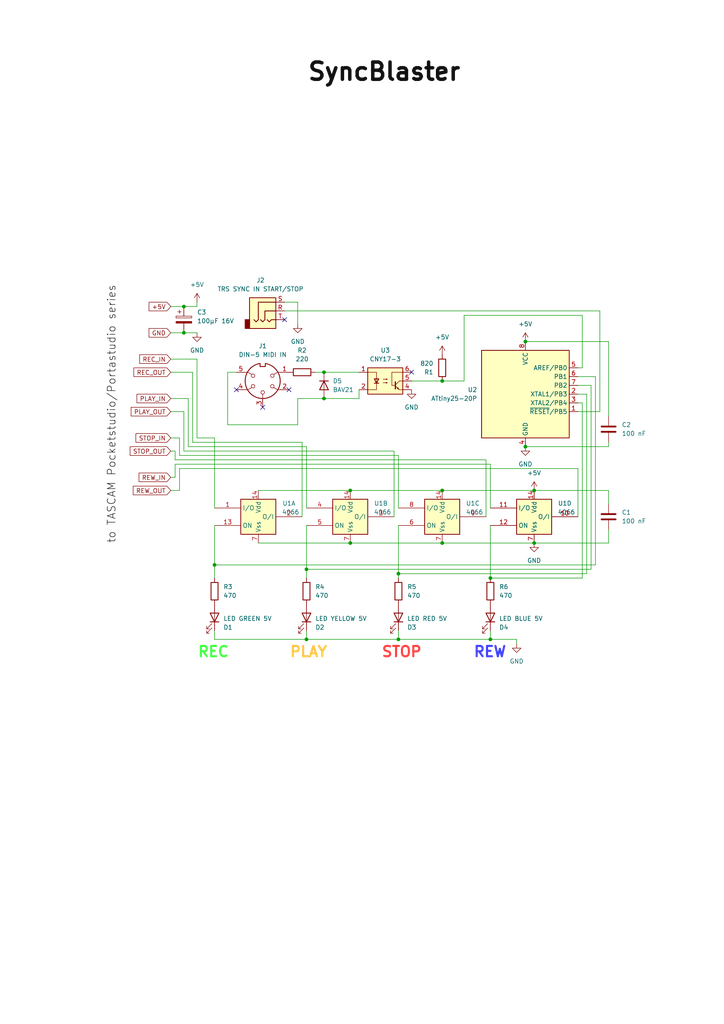
<source format=kicad_sch>
(kicad_sch (version 20230121) (generator eeschema)

  (uuid 32dfbc9d-88bc-4ac5-b7ea-f4ca99c6c011)

  (paper "A4" portrait)

  (title_block
    (title "MIDI input interface for TASCAM DP00x")
    (date "2023-06-16")
    (rev "2")
    (company "Copyright (c) Mateusz Maciejewski ^ TOXIC_DEATH.117, 2021 - 2023")
  )

  (lib_symbols
    (symbol "4xxx_IEEE:4066" (in_bom yes) (on_board yes)
      (property "Reference" "U" (at 2.54 5.08 0)
        (effects (font (size 1.27 1.27)))
      )
      (property "Value" "4066" (at 5.08 -5.08 0)
        (effects (font (size 1.27 1.27)))
      )
      (property "Footprint" "" (at 0 0 0)
        (effects (font (size 1.27 1.27)) hide)
      )
      (property "Datasheet" "" (at 0 0 0)
        (effects (font (size 1.27 1.27)) hide)
      )
      (symbol "4066_0_1"
        (rectangle (start -5.08 5.08) (end 5.08 -5.08)
          (stroke (width 0.254) (type default))
          (fill (type background))
        )
        (pin power_in line (at 0 7.62 270) (length 2.54)
          (name "Vdd" (effects (font (size 1.27 1.27))))
          (number "14" (effects (font (size 1.27 1.27))))
        )
        (pin power_in line (at 0 -7.62 90) (length 2.54)
          (name "Vss" (effects (font (size 1.27 1.27))))
          (number "7" (effects (font (size 1.27 1.27))))
        )
      )
      (symbol "4066_1_1"
        (pin passive line (at -12.7 2.54 0) (length 7.62)
          (name "I/O" (effects (font (size 1.27 1.27))))
          (number "1" (effects (font (size 1.27 1.27))))
        )
        (pin input line (at -12.7 -2.54 0) (length 7.62)
          (name "ON" (effects (font (size 1.27 1.27))))
          (number "13" (effects (font (size 1.27 1.27))))
        )
        (pin passive line (at 12.7 0 180) (length 7.62)
          (name "O/I" (effects (font (size 1.27 1.27))))
          (number "2" (effects (font (size 1.27 1.27))))
        )
      )
      (symbol "4066_2_1"
        (pin passive line (at 12.7 0 180) (length 7.62)
          (name "O/I" (effects (font (size 1.27 1.27))))
          (number "3" (effects (font (size 1.27 1.27))))
        )
        (pin passive line (at -12.7 2.54 0) (length 7.62)
          (name "I/O" (effects (font (size 1.27 1.27))))
          (number "4" (effects (font (size 1.27 1.27))))
        )
        (pin input line (at -12.7 -2.54 0) (length 7.62)
          (name "ON" (effects (font (size 1.27 1.27))))
          (number "5" (effects (font (size 1.27 1.27))))
        )
      )
      (symbol "4066_3_1"
        (pin input line (at -12.7 -2.54 0) (length 7.62)
          (name "ON" (effects (font (size 1.27 1.27))))
          (number "6" (effects (font (size 1.27 1.27))))
        )
        (pin passive line (at -12.7 2.54 0) (length 7.62)
          (name "I/O" (effects (font (size 1.27 1.27))))
          (number "8" (effects (font (size 1.27 1.27))))
        )
        (pin passive line (at 12.7 0 180) (length 7.62)
          (name "O/I" (effects (font (size 1.27 1.27))))
          (number "9" (effects (font (size 1.27 1.27))))
        )
      )
      (symbol "4066_4_1"
        (pin passive line (at 12.7 0 180) (length 7.62)
          (name "O/I" (effects (font (size 1.27 1.27))))
          (number "10" (effects (font (size 1.27 1.27))))
        )
        (pin passive line (at -12.7 2.54 0) (length 7.62)
          (name "I/O" (effects (font (size 1.27 1.27))))
          (number "11" (effects (font (size 1.27 1.27))))
        )
        (pin input line (at -12.7 -2.54 0) (length 7.62)
          (name "ON" (effects (font (size 1.27 1.27))))
          (number "12" (effects (font (size 1.27 1.27))))
        )
      )
    )
    (symbol "Connector:DIN-5" (pin_names (offset 1.016)) (in_bom yes) (on_board yes)
      (property "Reference" "J" (at 3.175 5.715 0)
        (effects (font (size 1.27 1.27)))
      )
      (property "Value" "DIN-5" (at 0 -6.35 0)
        (effects (font (size 1.27 1.27)))
      )
      (property "Footprint" "" (at 0 0 0)
        (effects (font (size 1.27 1.27)) hide)
      )
      (property "Datasheet" "http://www.mouser.com/ds/2/18/40_c091_abd_e-75918.pdf" (at 0 0 0)
        (effects (font (size 1.27 1.27)) hide)
      )
      (property "ki_keywords" "circular DIN connector" (at 0 0 0)
        (effects (font (size 1.27 1.27)) hide)
      )
      (property "ki_description" "5-pin DIN connector" (at 0 0 0)
        (effects (font (size 1.27 1.27)) hide)
      )
      (property "ki_fp_filters" "DIN*" (at 0 0 0)
        (effects (font (size 1.27 1.27)) hide)
      )
      (symbol "DIN-5_0_1"
        (arc (start -5.08 0) (mid -3.8609 -3.3364) (end -0.762 -5.08)
          (stroke (width 0.254) (type default))
          (fill (type none))
        )
        (circle (center -2.794 -1.524) (radius 0.508)
          (stroke (width 0) (type default))
          (fill (type none))
        )
        (circle (center -2.794 1.524) (radius 0.508)
          (stroke (width 0) (type default))
          (fill (type none))
        )
        (polyline
          (pts
            (xy 0 5.08)
            (xy 0 3.81)
          )
          (stroke (width 0) (type default))
          (fill (type none))
        )
        (polyline
          (pts
            (xy -5.08 -2.54)
            (xy -4.318 -2.54)
            (xy -3.175 -1.905)
          )
          (stroke (width 0) (type default))
          (fill (type none))
        )
        (polyline
          (pts
            (xy -5.08 2.54)
            (xy -4.318 2.54)
            (xy -3.175 1.905)
          )
          (stroke (width 0) (type default))
          (fill (type none))
        )
        (polyline
          (pts
            (xy 5.08 -2.54)
            (xy 4.318 -2.54)
            (xy 3.175 -1.905)
          )
          (stroke (width 0) (type default))
          (fill (type none))
        )
        (polyline
          (pts
            (xy 5.08 2.54)
            (xy 4.318 2.54)
            (xy 3.175 1.905)
          )
          (stroke (width 0) (type default))
          (fill (type none))
        )
        (polyline
          (pts
            (xy -0.762 -4.953)
            (xy -0.762 -4.191)
            (xy 0.762 -4.191)
            (xy 0.762 -4.953)
          )
          (stroke (width 0.254) (type default))
          (fill (type none))
        )
        (circle (center 0 3.302) (radius 0.508)
          (stroke (width 0) (type default))
          (fill (type none))
        )
        (arc (start 0.762 -5.08) (mid 3.8685 -3.343) (end 5.08 0)
          (stroke (width 0.254) (type default))
          (fill (type none))
        )
        (circle (center 2.794 -1.524) (radius 0.508)
          (stroke (width 0) (type default))
          (fill (type none))
        )
        (circle (center 2.794 1.524) (radius 0.508)
          (stroke (width 0) (type default))
          (fill (type none))
        )
        (arc (start 5.08 0) (mid 0 5.0579) (end -5.08 0)
          (stroke (width 0.254) (type default))
          (fill (type none))
        )
      )
      (symbol "DIN-5_1_1"
        (pin passive line (at -7.62 -2.54 0) (length 2.54)
          (name "~" (effects (font (size 1.27 1.27))))
          (number "1" (effects (font (size 1.27 1.27))))
        )
        (pin passive line (at -7.62 2.54 0) (length 2.54)
          (name "~" (effects (font (size 1.27 1.27))))
          (number "2" (effects (font (size 1.27 1.27))))
        )
        (pin passive line (at 0 7.62 270) (length 2.54)
          (name "~" (effects (font (size 1.27 1.27))))
          (number "3" (effects (font (size 1.27 1.27))))
        )
        (pin passive line (at 7.62 2.54 180) (length 2.54)
          (name "~" (effects (font (size 1.27 1.27))))
          (number "4" (effects (font (size 1.27 1.27))))
        )
        (pin passive line (at 7.62 -2.54 180) (length 2.54)
          (name "~" (effects (font (size 1.27 1.27))))
          (number "5" (effects (font (size 1.27 1.27))))
        )
      )
    )
    (symbol "Connector_Audio:AudioJack3" (in_bom yes) (on_board yes)
      (property "Reference" "J" (at 0 8.89 0)
        (effects (font (size 1.27 1.27)))
      )
      (property "Value" "AudioJack3" (at 0 6.35 0)
        (effects (font (size 1.27 1.27)))
      )
      (property "Footprint" "" (at 0 0 0)
        (effects (font (size 1.27 1.27)) hide)
      )
      (property "Datasheet" "~" (at 0 0 0)
        (effects (font (size 1.27 1.27)) hide)
      )
      (property "ki_keywords" "audio jack receptacle stereo headphones phones TRS connector" (at 0 0 0)
        (effects (font (size 1.27 1.27)) hide)
      )
      (property "ki_description" "Audio Jack, 3 Poles (Stereo / TRS)" (at 0 0 0)
        (effects (font (size 1.27 1.27)) hide)
      )
      (property "ki_fp_filters" "Jack*" (at 0 0 0)
        (effects (font (size 1.27 1.27)) hide)
      )
      (symbol "AudioJack3_0_1"
        (rectangle (start -5.08 -5.08) (end -6.35 -2.54)
          (stroke (width 0.254) (type default))
          (fill (type outline))
        )
        (polyline
          (pts
            (xy 0 -2.54)
            (xy 0.635 -3.175)
            (xy 1.27 -2.54)
            (xy 2.54 -2.54)
          )
          (stroke (width 0.254) (type default))
          (fill (type none))
        )
        (polyline
          (pts
            (xy -1.905 -2.54)
            (xy -1.27 -3.175)
            (xy -0.635 -2.54)
            (xy -0.635 0)
            (xy 2.54 0)
          )
          (stroke (width 0.254) (type default))
          (fill (type none))
        )
        (polyline
          (pts
            (xy 2.54 2.54)
            (xy -2.54 2.54)
            (xy -2.54 -2.54)
            (xy -3.175 -3.175)
            (xy -3.81 -2.54)
          )
          (stroke (width 0.254) (type default))
          (fill (type none))
        )
        (rectangle (start 2.54 3.81) (end -5.08 -5.08)
          (stroke (width 0.254) (type default))
          (fill (type background))
        )
      )
      (symbol "AudioJack3_1_1"
        (pin passive line (at 5.08 0 180) (length 2.54)
          (name "~" (effects (font (size 1.27 1.27))))
          (number "R" (effects (font (size 1.27 1.27))))
        )
        (pin passive line (at 5.08 2.54 180) (length 2.54)
          (name "~" (effects (font (size 1.27 1.27))))
          (number "S" (effects (font (size 1.27 1.27))))
        )
        (pin passive line (at 5.08 -2.54 180) (length 2.54)
          (name "~" (effects (font (size 1.27 1.27))))
          (number "T" (effects (font (size 1.27 1.27))))
        )
      )
    )
    (symbol "Device:C" (pin_numbers hide) (pin_names (offset 0.254)) (in_bom yes) (on_board yes)
      (property "Reference" "C" (at 0.635 2.54 0)
        (effects (font (size 1.27 1.27)) (justify left))
      )
      (property "Value" "C" (at 0.635 -2.54 0)
        (effects (font (size 1.27 1.27)) (justify left))
      )
      (property "Footprint" "" (at 0.9652 -3.81 0)
        (effects (font (size 1.27 1.27)) hide)
      )
      (property "Datasheet" "~" (at 0 0 0)
        (effects (font (size 1.27 1.27)) hide)
      )
      (property "ki_keywords" "cap capacitor" (at 0 0 0)
        (effects (font (size 1.27 1.27)) hide)
      )
      (property "ki_description" "Unpolarized capacitor" (at 0 0 0)
        (effects (font (size 1.27 1.27)) hide)
      )
      (property "ki_fp_filters" "C_*" (at 0 0 0)
        (effects (font (size 1.27 1.27)) hide)
      )
      (symbol "C_0_1"
        (polyline
          (pts
            (xy -2.032 -0.762)
            (xy 2.032 -0.762)
          )
          (stroke (width 0.508) (type default))
          (fill (type none))
        )
        (polyline
          (pts
            (xy -2.032 0.762)
            (xy 2.032 0.762)
          )
          (stroke (width 0.508) (type default))
          (fill (type none))
        )
      )
      (symbol "C_1_1"
        (pin passive line (at 0 3.81 270) (length 2.794)
          (name "~" (effects (font (size 1.27 1.27))))
          (number "1" (effects (font (size 1.27 1.27))))
        )
        (pin passive line (at 0 -3.81 90) (length 2.794)
          (name "~" (effects (font (size 1.27 1.27))))
          (number "2" (effects (font (size 1.27 1.27))))
        )
      )
    )
    (symbol "Device:C_Polarized" (pin_numbers hide) (pin_names (offset 0.254)) (in_bom yes) (on_board yes)
      (property "Reference" "C" (at 0.635 2.54 0)
        (effects (font (size 1.27 1.27)) (justify left))
      )
      (property "Value" "C_Polarized" (at 0.635 -2.54 0)
        (effects (font (size 1.27 1.27)) (justify left))
      )
      (property "Footprint" "" (at 0.9652 -3.81 0)
        (effects (font (size 1.27 1.27)) hide)
      )
      (property "Datasheet" "~" (at 0 0 0)
        (effects (font (size 1.27 1.27)) hide)
      )
      (property "ki_keywords" "cap capacitor" (at 0 0 0)
        (effects (font (size 1.27 1.27)) hide)
      )
      (property "ki_description" "Polarized capacitor" (at 0 0 0)
        (effects (font (size 1.27 1.27)) hide)
      )
      (property "ki_fp_filters" "CP_*" (at 0 0 0)
        (effects (font (size 1.27 1.27)) hide)
      )
      (symbol "C_Polarized_0_1"
        (rectangle (start -2.286 0.508) (end 2.286 1.016)
          (stroke (width 0) (type default))
          (fill (type none))
        )
        (polyline
          (pts
            (xy -1.778 2.286)
            (xy -0.762 2.286)
          )
          (stroke (width 0) (type default))
          (fill (type none))
        )
        (polyline
          (pts
            (xy -1.27 2.794)
            (xy -1.27 1.778)
          )
          (stroke (width 0) (type default))
          (fill (type none))
        )
        (rectangle (start 2.286 -0.508) (end -2.286 -1.016)
          (stroke (width 0) (type default))
          (fill (type outline))
        )
      )
      (symbol "C_Polarized_1_1"
        (pin passive line (at 0 3.81 270) (length 2.794)
          (name "~" (effects (font (size 1.27 1.27))))
          (number "1" (effects (font (size 1.27 1.27))))
        )
        (pin passive line (at 0 -3.81 90) (length 2.794)
          (name "~" (effects (font (size 1.27 1.27))))
          (number "2" (effects (font (size 1.27 1.27))))
        )
      )
    )
    (symbol "Device:LED" (pin_numbers hide) (pin_names (offset 1.016) hide) (in_bom yes) (on_board yes)
      (property "Reference" "D" (at 0 2.54 0)
        (effects (font (size 1.27 1.27)))
      )
      (property "Value" "LED" (at 0 -2.54 0)
        (effects (font (size 1.27 1.27)))
      )
      (property "Footprint" "" (at 0 0 0)
        (effects (font (size 1.27 1.27)) hide)
      )
      (property "Datasheet" "~" (at 0 0 0)
        (effects (font (size 1.27 1.27)) hide)
      )
      (property "ki_keywords" "LED diode" (at 0 0 0)
        (effects (font (size 1.27 1.27)) hide)
      )
      (property "ki_description" "Light emitting diode" (at 0 0 0)
        (effects (font (size 1.27 1.27)) hide)
      )
      (property "ki_fp_filters" "LED* LED_SMD:* LED_THT:*" (at 0 0 0)
        (effects (font (size 1.27 1.27)) hide)
      )
      (symbol "LED_0_1"
        (polyline
          (pts
            (xy -1.27 -1.27)
            (xy -1.27 1.27)
          )
          (stroke (width 0.254) (type default))
          (fill (type none))
        )
        (polyline
          (pts
            (xy -1.27 0)
            (xy 1.27 0)
          )
          (stroke (width 0) (type default))
          (fill (type none))
        )
        (polyline
          (pts
            (xy 1.27 -1.27)
            (xy 1.27 1.27)
            (xy -1.27 0)
            (xy 1.27 -1.27)
          )
          (stroke (width 0.254) (type default))
          (fill (type none))
        )
        (polyline
          (pts
            (xy -3.048 -0.762)
            (xy -4.572 -2.286)
            (xy -3.81 -2.286)
            (xy -4.572 -2.286)
            (xy -4.572 -1.524)
          )
          (stroke (width 0) (type default))
          (fill (type none))
        )
        (polyline
          (pts
            (xy -1.778 -0.762)
            (xy -3.302 -2.286)
            (xy -2.54 -2.286)
            (xy -3.302 -2.286)
            (xy -3.302 -1.524)
          )
          (stroke (width 0) (type default))
          (fill (type none))
        )
      )
      (symbol "LED_1_1"
        (pin passive line (at -3.81 0 0) (length 2.54)
          (name "K" (effects (font (size 1.27 1.27))))
          (number "1" (effects (font (size 1.27 1.27))))
        )
        (pin passive line (at 3.81 0 180) (length 2.54)
          (name "A" (effects (font (size 1.27 1.27))))
          (number "2" (effects (font (size 1.27 1.27))))
        )
      )
    )
    (symbol "Device:R" (pin_numbers hide) (pin_names (offset 0)) (in_bom yes) (on_board yes)
      (property "Reference" "R" (at 2.032 0 90)
        (effects (font (size 1.27 1.27)))
      )
      (property "Value" "R" (at 0 0 90)
        (effects (font (size 1.27 1.27)))
      )
      (property "Footprint" "" (at -1.778 0 90)
        (effects (font (size 1.27 1.27)) hide)
      )
      (property "Datasheet" "~" (at 0 0 0)
        (effects (font (size 1.27 1.27)) hide)
      )
      (property "ki_keywords" "R res resistor" (at 0 0 0)
        (effects (font (size 1.27 1.27)) hide)
      )
      (property "ki_description" "Resistor" (at 0 0 0)
        (effects (font (size 1.27 1.27)) hide)
      )
      (property "ki_fp_filters" "R_*" (at 0 0 0)
        (effects (font (size 1.27 1.27)) hide)
      )
      (symbol "R_0_1"
        (rectangle (start -1.016 -2.54) (end 1.016 2.54)
          (stroke (width 0.254) (type default))
          (fill (type none))
        )
      )
      (symbol "R_1_1"
        (pin passive line (at 0 3.81 270) (length 1.27)
          (name "~" (effects (font (size 1.27 1.27))))
          (number "1" (effects (font (size 1.27 1.27))))
        )
        (pin passive line (at 0 -3.81 90) (length 1.27)
          (name "~" (effects (font (size 1.27 1.27))))
          (number "2" (effects (font (size 1.27 1.27))))
        )
      )
    )
    (symbol "Diode:BAV21" (pin_numbers hide) (pin_names hide) (in_bom yes) (on_board yes)
      (property "Reference" "D" (at 0 2.54 0)
        (effects (font (size 1.27 1.27)))
      )
      (property "Value" "BAV21" (at 0 -2.54 0)
        (effects (font (size 1.27 1.27)))
      )
      (property "Footprint" "Diode_THT:D_DO-35_SOD27_P7.62mm_Horizontal" (at 0 -4.445 0)
        (effects (font (size 1.27 1.27)) hide)
      )
      (property "Datasheet" "http://www.vishay.com/docs/85543/bav17.pdf" (at 0 0 0)
        (effects (font (size 1.27 1.27)) hide)
      )
      (property "Sim.Device" "D" (at 0 0 0)
        (effects (font (size 1.27 1.27)) hide)
      )
      (property "Sim.Pins" "1=K 2=A" (at 0 0 0)
        (effects (font (size 1.27 1.27)) hide)
      )
      (property "ki_keywords" "diode" (at 0 0 0)
        (effects (font (size 1.27 1.27)) hide)
      )
      (property "ki_description" "200V 0.25A Small Signal Switching Diode, High Voltage, DO-35" (at 0 0 0)
        (effects (font (size 1.27 1.27)) hide)
      )
      (property "ki_fp_filters" "D*DO?35*" (at 0 0 0)
        (effects (font (size 1.27 1.27)) hide)
      )
      (symbol "BAV21_0_1"
        (polyline
          (pts
            (xy -1.27 1.27)
            (xy -1.27 -1.27)
          )
          (stroke (width 0.254) (type default))
          (fill (type none))
        )
        (polyline
          (pts
            (xy 1.27 0)
            (xy -1.27 0)
          )
          (stroke (width 0) (type default))
          (fill (type none))
        )
        (polyline
          (pts
            (xy 1.27 1.27)
            (xy 1.27 -1.27)
            (xy -1.27 0)
            (xy 1.27 1.27)
          )
          (stroke (width 0.254) (type default))
          (fill (type none))
        )
      )
      (symbol "BAV21_1_1"
        (pin passive line (at -3.81 0 0) (length 2.54)
          (name "K" (effects (font (size 1.27 1.27))))
          (number "1" (effects (font (size 1.27 1.27))))
        )
        (pin passive line (at 3.81 0 180) (length 2.54)
          (name "A" (effects (font (size 1.27 1.27))))
          (number "2" (effects (font (size 1.27 1.27))))
        )
      )
    )
    (symbol "Isolator:CNY17-3" (pin_names (offset 1.016)) (in_bom yes) (on_board yes)
      (property "Reference" "U" (at -5.08 5.08 0)
        (effects (font (size 1.27 1.27)) (justify left))
      )
      (property "Value" "CNY17-3" (at 0 5.08 0)
        (effects (font (size 1.27 1.27)) (justify left))
      )
      (property "Footprint" "" (at 0 0 0)
        (effects (font (size 1.27 1.27)) (justify left) hide)
      )
      (property "Datasheet" "http://www.vishay.com/docs/83606/cny17.pdf" (at 0 0 0)
        (effects (font (size 1.27 1.27)) (justify left) hide)
      )
      (property "ki_keywords" "NPN DC Optocoupler Base Connected" (at 0 0 0)
        (effects (font (size 1.27 1.27)) hide)
      )
      (property "ki_description" "DC Optocoupler Base Connected, Vce 70V, CTR 100-200%, Viso 5000V (RMS), DIP6" (at 0 0 0)
        (effects (font (size 1.27 1.27)) hide)
      )
      (property "ki_fp_filters" "DIP*W7.62mm* DIP*W10.16mm* SMDIP*W9.53mm*" (at 0 0 0)
        (effects (font (size 1.27 1.27)) hide)
      )
      (symbol "CNY17-3_0_1"
        (rectangle (start -5.08 3.81) (end 5.08 -3.81)
          (stroke (width 0.254) (type default))
          (fill (type background))
        )
        (polyline
          (pts
            (xy -3.175 -0.635)
            (xy -1.905 -0.635)
          )
          (stroke (width 0.254) (type default))
          (fill (type none))
        )
        (polyline
          (pts
            (xy 2.921 -1.397)
            (xy 4.064 -2.54)
          )
          (stroke (width 0) (type default))
          (fill (type none))
        )
        (polyline
          (pts
            (xy 2.921 -1.27)
            (xy 1.905 -1.27)
          )
          (stroke (width 0) (type default))
          (fill (type none))
        )
        (polyline
          (pts
            (xy 2.921 -1.143)
            (xy 4.064 0)
          )
          (stroke (width 0) (type default))
          (fill (type none))
        )
        (polyline
          (pts
            (xy 4.064 -2.54)
            (xy 5.08 -2.54)
          )
          (stroke (width 0) (type default))
          (fill (type none))
        )
        (polyline
          (pts
            (xy 5.08 0)
            (xy 4.064 0)
          )
          (stroke (width 0) (type default))
          (fill (type none))
        )
        (polyline
          (pts
            (xy -5.08 2.54)
            (xy -2.54 2.54)
            (xy -2.54 -0.762)
          )
          (stroke (width 0) (type default))
          (fill (type none))
        )
        (polyline
          (pts
            (xy -2.54 -0.635)
            (xy -2.54 -2.54)
            (xy -5.08 -2.54)
          )
          (stroke (width 0) (type default))
          (fill (type none))
        )
        (polyline
          (pts
            (xy 1.905 -1.27)
            (xy 1.905 2.54)
            (xy 5.08 2.54)
          )
          (stroke (width 0) (type default))
          (fill (type none))
        )
        (polyline
          (pts
            (xy 2.921 -0.254)
            (xy 2.921 -2.286)
            (xy 2.921 -2.286)
          )
          (stroke (width 0.3556) (type default))
          (fill (type none))
        )
        (polyline
          (pts
            (xy -2.54 -0.635)
            (xy -3.175 0.635)
            (xy -1.905 0.635)
            (xy -2.54 -0.635)
          )
          (stroke (width 0.254) (type default))
          (fill (type none))
        )
        (polyline
          (pts
            (xy 3.937 -2.413)
            (xy 3.683 -1.905)
            (xy 3.429 -2.159)
            (xy 3.937 -2.413)
          )
          (stroke (width 0) (type default))
          (fill (type none))
        )
        (polyline
          (pts
            (xy -0.635 -0.508)
            (xy 0.635 -0.508)
            (xy 0.254 -0.635)
            (xy 0.254 -0.381)
            (xy 0.635 -0.508)
          )
          (stroke (width 0) (type default))
          (fill (type none))
        )
        (polyline
          (pts
            (xy -0.635 0.508)
            (xy 0.635 0.508)
            (xy 0.254 0.381)
            (xy 0.254 0.635)
            (xy 0.635 0.508)
          )
          (stroke (width 0) (type default))
          (fill (type none))
        )
      )
      (symbol "CNY17-3_1_1"
        (pin passive line (at -7.62 2.54 0) (length 2.54)
          (name "~" (effects (font (size 1.27 1.27))))
          (number "1" (effects (font (size 1.27 1.27))))
        )
        (pin passive line (at -7.62 -2.54 0) (length 2.54)
          (name "~" (effects (font (size 1.27 1.27))))
          (number "2" (effects (font (size 1.27 1.27))))
        )
        (pin no_connect line (at -5.08 0 0) (length 2.54) hide
          (name "NC" (effects (font (size 1.27 1.27))))
          (number "3" (effects (font (size 1.27 1.27))))
        )
        (pin passive line (at 7.62 -2.54 180) (length 2.54)
          (name "~" (effects (font (size 1.27 1.27))))
          (number "4" (effects (font (size 1.27 1.27))))
        )
        (pin passive line (at 7.62 0 180) (length 2.54)
          (name "~" (effects (font (size 1.27 1.27))))
          (number "5" (effects (font (size 1.27 1.27))))
        )
        (pin passive line (at 7.62 2.54 180) (length 2.54)
          (name "~" (effects (font (size 1.27 1.27))))
          (number "6" (effects (font (size 1.27 1.27))))
        )
      )
    )
    (symbol "MCU_Microchip_ATtiny:ATtiny25-20P" (in_bom yes) (on_board yes)
      (property "Reference" "U" (at -12.7 13.97 0)
        (effects (font (size 1.27 1.27)) (justify left bottom))
      )
      (property "Value" "ATtiny25-20P" (at 2.54 -13.97 0)
        (effects (font (size 1.27 1.27)) (justify left top))
      )
      (property "Footprint" "Package_DIP:DIP-8_W7.62mm" (at 0 0 0)
        (effects (font (size 1.27 1.27) italic) hide)
      )
      (property "Datasheet" "http://ww1.microchip.com/downloads/en/DeviceDoc/atmel-2586-avr-8-bit-microcontroller-attiny25-attiny45-attiny85_datasheet.pdf" (at 0 0 0)
        (effects (font (size 1.27 1.27)) hide)
      )
      (property "ki_keywords" "AVR 8bit Microcontroller tinyAVR" (at 0 0 0)
        (effects (font (size 1.27 1.27)) hide)
      )
      (property "ki_description" "20MHz, 2kB Flash, 128B SRAM, 128B EEPROM, debugWIRE, DIP-8" (at 0 0 0)
        (effects (font (size 1.27 1.27)) hide)
      )
      (property "ki_fp_filters" "DIP*W7.62mm*" (at 0 0 0)
        (effects (font (size 1.27 1.27)) hide)
      )
      (symbol "ATtiny25-20P_0_1"
        (rectangle (start -12.7 -12.7) (end 12.7 12.7)
          (stroke (width 0.254) (type default))
          (fill (type background))
        )
      )
      (symbol "ATtiny25-20P_1_1"
        (pin bidirectional line (at 15.24 -5.08 180) (length 2.54)
          (name "~{RESET}/PB5" (effects (font (size 1.27 1.27))))
          (number "1" (effects (font (size 1.27 1.27))))
        )
        (pin bidirectional line (at 15.24 0 180) (length 2.54)
          (name "XTAL1/PB3" (effects (font (size 1.27 1.27))))
          (number "2" (effects (font (size 1.27 1.27))))
        )
        (pin bidirectional line (at 15.24 -2.54 180) (length 2.54)
          (name "XTAL2/PB4" (effects (font (size 1.27 1.27))))
          (number "3" (effects (font (size 1.27 1.27))))
        )
        (pin power_in line (at 0 -15.24 90) (length 2.54)
          (name "GND" (effects (font (size 1.27 1.27))))
          (number "4" (effects (font (size 1.27 1.27))))
        )
        (pin bidirectional line (at 15.24 7.62 180) (length 2.54)
          (name "AREF/PB0" (effects (font (size 1.27 1.27))))
          (number "5" (effects (font (size 1.27 1.27))))
        )
        (pin bidirectional line (at 15.24 5.08 180) (length 2.54)
          (name "PB1" (effects (font (size 1.27 1.27))))
          (number "6" (effects (font (size 1.27 1.27))))
        )
        (pin bidirectional line (at 15.24 2.54 180) (length 2.54)
          (name "PB2" (effects (font (size 1.27 1.27))))
          (number "7" (effects (font (size 1.27 1.27))))
        )
        (pin power_in line (at 0 15.24 270) (length 2.54)
          (name "VCC" (effects (font (size 1.27 1.27))))
          (number "8" (effects (font (size 1.27 1.27))))
        )
      )
    )
    (symbol "power:+5V" (power) (pin_names (offset 0)) (in_bom yes) (on_board yes)
      (property "Reference" "#PWR" (at 0 -3.81 0)
        (effects (font (size 1.27 1.27)) hide)
      )
      (property "Value" "+5V" (at 0 3.556 0)
        (effects (font (size 1.27 1.27)))
      )
      (property "Footprint" "" (at 0 0 0)
        (effects (font (size 1.27 1.27)) hide)
      )
      (property "Datasheet" "" (at 0 0 0)
        (effects (font (size 1.27 1.27)) hide)
      )
      (property "ki_keywords" "global power" (at 0 0 0)
        (effects (font (size 1.27 1.27)) hide)
      )
      (property "ki_description" "Power symbol creates a global label with name \"+5V\"" (at 0 0 0)
        (effects (font (size 1.27 1.27)) hide)
      )
      (symbol "+5V_0_1"
        (polyline
          (pts
            (xy -0.762 1.27)
            (xy 0 2.54)
          )
          (stroke (width 0) (type default))
          (fill (type none))
        )
        (polyline
          (pts
            (xy 0 0)
            (xy 0 2.54)
          )
          (stroke (width 0) (type default))
          (fill (type none))
        )
        (polyline
          (pts
            (xy 0 2.54)
            (xy 0.762 1.27)
          )
          (stroke (width 0) (type default))
          (fill (type none))
        )
      )
      (symbol "+5V_1_1"
        (pin power_in line (at 0 0 90) (length 0) hide
          (name "+5V" (effects (font (size 1.27 1.27))))
          (number "1" (effects (font (size 1.27 1.27))))
        )
      )
    )
    (symbol "power:GND" (power) (pin_names (offset 0)) (in_bom yes) (on_board yes)
      (property "Reference" "#PWR" (at 0 -6.35 0)
        (effects (font (size 1.27 1.27)) hide)
      )
      (property "Value" "GND" (at 0 -3.81 0)
        (effects (font (size 1.27 1.27)))
      )
      (property "Footprint" "" (at 0 0 0)
        (effects (font (size 1.27 1.27)) hide)
      )
      (property "Datasheet" "" (at 0 0 0)
        (effects (font (size 1.27 1.27)) hide)
      )
      (property "ki_keywords" "global power" (at 0 0 0)
        (effects (font (size 1.27 1.27)) hide)
      )
      (property "ki_description" "Power symbol creates a global label with name \"GND\" , ground" (at 0 0 0)
        (effects (font (size 1.27 1.27)) hide)
      )
      (symbol "GND_0_1"
        (polyline
          (pts
            (xy 0 0)
            (xy 0 -1.27)
            (xy 1.27 -1.27)
            (xy 0 -2.54)
            (xy -1.27 -1.27)
            (xy 0 -1.27)
          )
          (stroke (width 0) (type default))
          (fill (type none))
        )
      )
      (symbol "GND_1_1"
        (pin power_in line (at 0 0 270) (length 0) hide
          (name "GND" (effects (font (size 1.27 1.27))))
          (number "1" (effects (font (size 1.27 1.27))))
        )
      )
    )
  )

  (junction (at 93.98 107.95) (diameter 0) (color 0 0 0 0)
    (uuid 031ed2a6-e322-4813-bf07-a36fb3fdd376)
  )
  (junction (at 128.27 110.49) (diameter 0) (color 0 0 0 0)
    (uuid 04dc7965-2844-421a-ad09-5bc6e4abb109)
  )
  (junction (at 142.24 167.64) (diameter 0) (color 0 0 0 0)
    (uuid 0532b843-5781-4cb3-97f6-0923b122b13e)
  )
  (junction (at 93.98 115.57) (diameter 0) (color 0 0 0 0)
    (uuid 12a01245-3cd7-48b0-b0ea-950c3a0d5317)
  )
  (junction (at 101.6 142.24) (diameter 0) (color 0 0 0 0)
    (uuid 13cd4836-e32f-4751-ba73-0626dbf3161b)
  )
  (junction (at 128.27 142.24) (diameter 0) (color 0 0 0 0)
    (uuid 24c4462c-a601-47c3-b140-ad1a7d559fcc)
  )
  (junction (at 62.23 163.83) (diameter 0) (color 0 0 0 0)
    (uuid 28bbdfd0-3560-4ba2-8e14-ea57ee5d0184)
  )
  (junction (at 154.94 157.48) (diameter 0) (color 0 0 0 0)
    (uuid 40ab4966-5a3c-4d71-bee0-865a863b756e)
  )
  (junction (at 152.4 99.06) (diameter 0) (color 0 0 0 0)
    (uuid 5a265540-cf47-4701-a28a-221894c86c2f)
  )
  (junction (at 154.94 142.24) (diameter 0) (color 0 0 0 0)
    (uuid 67f898f2-bb16-4683-b048-b94d8b52b038)
  )
  (junction (at 142.24 185.42) (diameter 0) (color 0 0 0 0)
    (uuid 6836eeeb-43d7-4291-8792-42f26afc62e4)
  )
  (junction (at 53.34 88.9) (diameter 0) (color 0 0 0 0)
    (uuid 6f6eca2a-98ac-4e52-bb5e-2dabeff6d595)
  )
  (junction (at 88.9 185.42) (diameter 0) (color 0 0 0 0)
    (uuid 72878b1c-06a6-436b-a582-6ee83388ebed)
  )
  (junction (at 101.6 157.48) (diameter 0) (color 0 0 0 0)
    (uuid 8cbb8570-31b0-4da1-b59c-0035191bb8bb)
  )
  (junction (at 53.34 96.52) (diameter 0) (color 0 0 0 0)
    (uuid 902e4074-7306-4825-add5-6e678091c35d)
  )
  (junction (at 152.4 129.54) (diameter 0) (color 0 0 0 0)
    (uuid 931ed79b-cd7e-4584-b78a-2d605d1c0492)
  )
  (junction (at 88.9 165.1) (diameter 0) (color 0 0 0 0)
    (uuid 982fc8e3-8d09-4c4c-b0e9-48ec81525396)
  )
  (junction (at 115.57 166.37) (diameter 0) (color 0 0 0 0)
    (uuid a04d2b5f-bfbe-41e5-a246-63bc63522b7a)
  )
  (junction (at 115.57 185.42) (diameter 0) (color 0 0 0 0)
    (uuid a12d38ad-f024-4821-b28e-32a4b3d7f1c5)
  )
  (junction (at 128.27 157.48) (diameter 0) (color 0 0 0 0)
    (uuid b750cf42-3466-456d-82f4-f14b640a4197)
  )

  (no_connect (at 119.38 107.95) (uuid 3be6987b-0978-4674-873c-98d38b63cd49))
  (no_connect (at 82.55 92.71) (uuid 7fe70b2b-65ad-4df4-b7cf-94b612c79f28))
  (no_connect (at 68.58 113.03) (uuid ba7ebcf0-696d-46fd-929e-fa69fcba8f2e))
  (no_connect (at 83.82 113.03) (uuid c57a2795-4df2-4b71-8f64-535e4d0bfb01))
  (no_connect (at 76.2 118.11) (uuid ec6b6a6a-66f7-4a4a-a395-027affe6bbd5))

  (wire (pts (xy 176.53 157.48) (xy 154.94 157.48))
    (stroke (width 0) (type default))
    (uuid 01801036-4984-4201-804b-9f85995c5acd)
  )
  (wire (pts (xy 168.91 106.68) (xy 168.91 91.44))
    (stroke (width 0) (type default))
    (uuid 07ab5b14-80a2-484d-a6eb-964fa2356acc)
  )
  (wire (pts (xy 50.8 133.35) (xy 50.8 130.81))
    (stroke (width 0) (type default))
    (uuid 08862899-25d7-4cab-8a09-9120ccbad07f)
  )
  (wire (pts (xy 101.6 157.48) (xy 128.27 157.48))
    (stroke (width 0) (type default))
    (uuid 09eb343d-75bc-4d3f-8bbc-b16d266731fa)
  )
  (wire (pts (xy 171.45 165.1) (xy 171.45 111.76))
    (stroke (width 0) (type default))
    (uuid 0f587d82-c4fd-4fd4-a627-1e019021220c)
  )
  (wire (pts (xy 86.36 123.19) (xy 86.36 115.57))
    (stroke (width 0) (type default))
    (uuid 13f5991c-a38e-41b1-8642-18bd9aaf16eb)
  )
  (wire (pts (xy 115.57 132.08) (xy 115.57 147.32))
    (stroke (width 0) (type default))
    (uuid 18385acc-4b2f-488c-a893-1ae0a5821f0f)
  )
  (wire (pts (xy 176.53 128.27) (xy 176.53 129.54))
    (stroke (width 0) (type default))
    (uuid 1877ac55-7e3a-428a-b6e7-d35965ddbc70)
  )
  (wire (pts (xy 66.04 107.95) (xy 68.58 107.95))
    (stroke (width 0) (type default))
    (uuid 26295982-add2-45f6-8f41-773edb00c35a)
  )
  (wire (pts (xy 49.53 115.57) (xy 54.61 115.57))
    (stroke (width 0) (type default))
    (uuid 2b3470a2-dc3a-4bbb-a7e9-aba58255195c)
  )
  (wire (pts (xy 50.8 130.81) (xy 49.53 130.81))
    (stroke (width 0) (type default))
    (uuid 2f26e00e-40e4-4b17-bad6-c2d265a6ccc3)
  )
  (wire (pts (xy 149.86 185.42) (xy 142.24 185.42))
    (stroke (width 0) (type default))
    (uuid 3275bf4d-9ce3-4cf8-a82e-7932b8a31151)
  )
  (wire (pts (xy 62.23 152.4) (xy 62.23 163.83))
    (stroke (width 0) (type default))
    (uuid 3355dfc4-de4a-4378-b276-b75053cbe9ef)
  )
  (wire (pts (xy 88.9 182.88) (xy 88.9 185.42))
    (stroke (width 0) (type default))
    (uuid 35d68cad-c278-4898-a365-2c736d0b0207)
  )
  (wire (pts (xy 55.88 128.27) (xy 87.63 128.27))
    (stroke (width 0) (type default))
    (uuid 397e080f-25bc-4e51-a4ab-a257f230e3bd)
  )
  (wire (pts (xy 154.94 142.24) (xy 176.53 142.24))
    (stroke (width 0) (type default))
    (uuid 3aab5cef-49b4-45c7-874c-a8683d91893e)
  )
  (wire (pts (xy 49.53 88.9) (xy 53.34 88.9))
    (stroke (width 0) (type default))
    (uuid 427dc0f1-7e49-4a65-b366-f3c6fdd98b5a)
  )
  (wire (pts (xy 172.72 109.22) (xy 167.64 109.22))
    (stroke (width 0) (type default))
    (uuid 45ae1eaa-92c9-4000-83b7-2a74cc2bde7d)
  )
  (wire (pts (xy 140.97 149.86) (xy 140.97 133.35))
    (stroke (width 0) (type default))
    (uuid 46b3e3df-00ef-4127-b276-a0768856fb0b)
  )
  (wire (pts (xy 176.53 146.05) (xy 176.53 142.24))
    (stroke (width 0) (type default))
    (uuid 48f8b274-6fa7-435e-b5da-6e0df72e705c)
  )
  (wire (pts (xy 88.9 165.1) (xy 171.45 165.1))
    (stroke (width 0) (type default))
    (uuid 4e9372cd-ba8b-471a-ab40-8517abe336a8)
  )
  (wire (pts (xy 62.23 163.83) (xy 172.72 163.83))
    (stroke (width 0) (type default))
    (uuid 51947efc-8de9-40a6-b32b-777e7a1407b0)
  )
  (wire (pts (xy 142.24 134.62) (xy 142.24 147.32))
    (stroke (width 0) (type default))
    (uuid 56b5deb9-150d-468b-a775-563866ac8ad0)
  )
  (wire (pts (xy 115.57 166.37) (xy 170.18 166.37))
    (stroke (width 0) (type default))
    (uuid 5dfb3934-8494-45d0-828e-e8934e7f5f69)
  )
  (wire (pts (xy 115.57 152.4) (xy 115.57 166.37))
    (stroke (width 0) (type default))
    (uuid 5ecf7897-6e38-401c-ada5-ac15b1319341)
  )
  (wire (pts (xy 62.23 163.83) (xy 62.23 167.64))
    (stroke (width 0) (type default))
    (uuid 60cc25de-eaf2-4225-a82b-be2cbb168a09)
  )
  (wire (pts (xy 57.15 104.14) (xy 57.15 127))
    (stroke (width 0) (type default))
    (uuid 61dabf36-4f3e-4032-9721-905c45f3aaf2)
  )
  (wire (pts (xy 74.93 142.24) (xy 101.6 142.24))
    (stroke (width 0) (type default))
    (uuid 62d83117-f78e-4f55-a408-85e960d5d650)
  )
  (wire (pts (xy 119.38 110.49) (xy 128.27 110.49))
    (stroke (width 0) (type default))
    (uuid 6538f125-6e36-4046-ab6a-d287d9488256)
  )
  (wire (pts (xy 134.62 110.49) (xy 134.62 91.44))
    (stroke (width 0) (type default))
    (uuid 699f38cc-a966-4678-9770-1b720cb05678)
  )
  (wire (pts (xy 49.53 107.95) (xy 55.88 107.95))
    (stroke (width 0) (type default))
    (uuid 6b691c29-d853-4e96-9050-d5556fe3710b)
  )
  (wire (pts (xy 88.9 185.42) (xy 115.57 185.42))
    (stroke (width 0) (type default))
    (uuid 704fd218-db09-4504-b035-1053c5b5bc5e)
  )
  (wire (pts (xy 86.36 115.57) (xy 93.98 115.57))
    (stroke (width 0) (type default))
    (uuid 758cc66a-9e6e-4fc9-8f03-4fed4a6993f8)
  )
  (wire (pts (xy 50.8 138.43) (xy 50.8 134.62))
    (stroke (width 0) (type default))
    (uuid 76c313da-8f9a-4262-8ec3-540c8b83b9fb)
  )
  (wire (pts (xy 53.34 130.81) (xy 53.34 119.38))
    (stroke (width 0) (type default))
    (uuid 7c3d4b9f-a864-447d-ae9c-93493f4f9d37)
  )
  (wire (pts (xy 52.07 135.89) (xy 52.07 142.24))
    (stroke (width 0) (type default))
    (uuid 7c9172b9-ab68-45a1-b2c9-b54d2a4cc4ab)
  )
  (wire (pts (xy 167.64 135.89) (xy 52.07 135.89))
    (stroke (width 0) (type default))
    (uuid 7f4682b9-06a1-46eb-b8a5-2f0960f6c4d4)
  )
  (wire (pts (xy 142.24 152.4) (xy 142.24 167.64))
    (stroke (width 0) (type default))
    (uuid 810d5d63-c8b1-4a3e-8a8c-17d973d987f5)
  )
  (wire (pts (xy 128.27 142.24) (xy 154.94 142.24))
    (stroke (width 0) (type default))
    (uuid 811b379d-cad7-4472-8c39-fb9dd208f594)
  )
  (wire (pts (xy 115.57 182.88) (xy 115.57 185.42))
    (stroke (width 0) (type default))
    (uuid 815d8bcb-704c-445d-aead-61605a254de5)
  )
  (wire (pts (xy 62.23 185.42) (xy 88.9 185.42))
    (stroke (width 0) (type default))
    (uuid 83597231-5d7e-43fd-8bdc-9f7325537aa4)
  )
  (wire (pts (xy 167.64 111.76) (xy 171.45 111.76))
    (stroke (width 0) (type default))
    (uuid 85811162-7d9e-473c-807f-9e2594837a7e)
  )
  (wire (pts (xy 115.57 185.42) (xy 142.24 185.42))
    (stroke (width 0) (type default))
    (uuid 869a8bcb-5c41-4357-a2bb-38a1abbc33a0)
  )
  (wire (pts (xy 88.9 165.1) (xy 88.9 167.64))
    (stroke (width 0) (type default))
    (uuid 888d44f0-049d-4f85-a62a-eabdb960aa2a)
  )
  (wire (pts (xy 52.07 142.24) (xy 49.53 142.24))
    (stroke (width 0) (type default))
    (uuid 89bd7651-2f31-4d87-91c5-79fa49f4f3f6)
  )
  (wire (pts (xy 50.8 134.62) (xy 142.24 134.62))
    (stroke (width 0) (type default))
    (uuid 8bcd6b1e-6df1-478d-9a13-77b0db94a111)
  )
  (wire (pts (xy 167.64 106.68) (xy 168.91 106.68))
    (stroke (width 0) (type default))
    (uuid 90e1578d-a7f0-4f17-9cd5-6928d93fe316)
  )
  (wire (pts (xy 66.04 107.95) (xy 66.04 123.19))
    (stroke (width 0) (type default))
    (uuid 9177d037-2933-43d9-aef2-49f8686794e0)
  )
  (wire (pts (xy 114.3 130.81) (xy 53.34 130.81))
    (stroke (width 0) (type default))
    (uuid 9419d1db-ce8a-4989-8062-25920ff614f2)
  )
  (wire (pts (xy 62.23 182.88) (xy 62.23 185.42))
    (stroke (width 0) (type default))
    (uuid 952286fa-757a-4fb0-9557-c24dc5ff404c)
  )
  (wire (pts (xy 54.61 129.54) (xy 54.61 115.57))
    (stroke (width 0) (type default))
    (uuid 9a7b9454-891f-4ced-982f-ebd6ffd64591)
  )
  (wire (pts (xy 49.53 104.14) (xy 57.15 104.14))
    (stroke (width 0) (type default))
    (uuid 9cef43cc-575c-4ccf-a10d-c38d75ae3c4e)
  )
  (wire (pts (xy 152.4 129.54) (xy 176.53 129.54))
    (stroke (width 0) (type default))
    (uuid 9e15de18-8921-4edf-99bd-996a8f957f13)
  )
  (wire (pts (xy 93.98 115.57) (xy 104.14 115.57))
    (stroke (width 0) (type default))
    (uuid 9ec9fc2d-70e0-408a-a683-1dec81c5be72)
  )
  (wire (pts (xy 57.15 88.9) (xy 53.34 88.9))
    (stroke (width 0) (type default))
    (uuid 9f2d3b85-4f42-4191-a4f9-bafdfc5f93dc)
  )
  (wire (pts (xy 53.34 96.52) (xy 57.15 96.52))
    (stroke (width 0) (type default))
    (uuid 9fca6261-6993-44a3-83ce-8cc6ace40846)
  )
  (wire (pts (xy 57.15 87.63) (xy 57.15 88.9))
    (stroke (width 0) (type default))
    (uuid a393d93c-094a-45e0-b89a-0e487d3c68cd)
  )
  (wire (pts (xy 104.14 113.03) (xy 104.14 115.57))
    (stroke (width 0) (type default))
    (uuid aa9aba10-1f4e-4dda-bd00-1bc9967fc397)
  )
  (wire (pts (xy 91.44 107.95) (xy 93.98 107.95))
    (stroke (width 0) (type default))
    (uuid ac469d79-403c-4b59-b19a-6cccd734370d)
  )
  (wire (pts (xy 149.86 186.69) (xy 149.86 185.42))
    (stroke (width 0) (type default))
    (uuid ac873cb4-55ef-49fa-bf20-143202cf6881)
  )
  (wire (pts (xy 167.64 116.84) (xy 168.91 116.84))
    (stroke (width 0) (type default))
    (uuid ae06cd16-9556-4398-a436-ebce4c4f86fc)
  )
  (wire (pts (xy 128.27 157.48) (xy 154.94 157.48))
    (stroke (width 0) (type default))
    (uuid af1de376-d716-497e-ac8e-0749db7ebb36)
  )
  (wire (pts (xy 176.53 99.06) (xy 152.4 99.06))
    (stroke (width 0) (type default))
    (uuid af8b5ed8-d729-4737-9b39-d3de1b9f07fe)
  )
  (wire (pts (xy 114.3 149.86) (xy 114.3 130.81))
    (stroke (width 0) (type default))
    (uuid af95aaf4-20d5-45b8-8b42-49523d6a025e)
  )
  (wire (pts (xy 140.97 133.35) (xy 50.8 133.35))
    (stroke (width 0) (type default))
    (uuid b0a20ec0-aada-4ddc-963b-b9fea1766c64)
  )
  (wire (pts (xy 74.93 157.48) (xy 101.6 157.48))
    (stroke (width 0) (type default))
    (uuid b1baf4d2-06f3-4521-b569-682cd42e692c)
  )
  (wire (pts (xy 49.53 119.38) (xy 53.34 119.38))
    (stroke (width 0) (type default))
    (uuid b2a134a9-3d8e-445c-858f-5d8ac79a9a57)
  )
  (wire (pts (xy 170.18 166.37) (xy 170.18 114.3))
    (stroke (width 0) (type default))
    (uuid b58dee70-d99c-40a1-a3b7-a385bb3f5983)
  )
  (wire (pts (xy 86.36 93.98) (xy 86.36 87.63))
    (stroke (width 0) (type default))
    (uuid b6b5d3fb-8329-4df8-a665-e9e5e03313dc)
  )
  (wire (pts (xy 167.64 114.3) (xy 170.18 114.3))
    (stroke (width 0) (type default))
    (uuid bc595ce4-0bd1-4f92-99eb-aedce3038283)
  )
  (wire (pts (xy 167.64 149.86) (xy 167.64 135.89))
    (stroke (width 0) (type default))
    (uuid bcdf4240-595f-4c67-8b27-24bab603c41a)
  )
  (wire (pts (xy 128.27 110.49) (xy 134.62 110.49))
    (stroke (width 0) (type default))
    (uuid bd20f349-523c-4291-a22f-48ef940ee9e6)
  )
  (wire (pts (xy 66.04 123.19) (xy 86.36 123.19))
    (stroke (width 0) (type default))
    (uuid be2658a4-49ba-4fd4-87c5-61336a41bd05)
  )
  (wire (pts (xy 87.63 128.27) (xy 87.63 149.86))
    (stroke (width 0) (type default))
    (uuid c0cbaa00-efed-4838-8b1b-18afa1f6b279)
  )
  (wire (pts (xy 49.53 127) (xy 52.07 127))
    (stroke (width 0) (type default))
    (uuid c39fc14e-8d1e-4e96-a4d4-2bc63e984b33)
  )
  (wire (pts (xy 176.53 153.67) (xy 176.53 157.48))
    (stroke (width 0) (type default))
    (uuid c78999bf-9295-4fee-ba40-be344bf71454)
  )
  (wire (pts (xy 88.9 152.4) (xy 88.9 165.1))
    (stroke (width 0) (type default))
    (uuid c7c51ad4-b930-4e40-abbc-0c1909c503cf)
  )
  (wire (pts (xy 168.91 116.84) (xy 168.91 167.64))
    (stroke (width 0) (type default))
    (uuid c7d51bb9-c13d-476d-82b2-db93920bb957)
  )
  (wire (pts (xy 49.53 138.43) (xy 50.8 138.43))
    (stroke (width 0) (type default))
    (uuid c84a19cb-8eee-4451-9e89-701c784f4a0a)
  )
  (wire (pts (xy 142.24 167.64) (xy 168.91 167.64))
    (stroke (width 0) (type default))
    (uuid cac82f1f-78ae-4824-bd18-efd2f7231f57)
  )
  (wire (pts (xy 62.23 127) (xy 62.23 147.32))
    (stroke (width 0) (type default))
    (uuid ce0097a6-977b-4bc2-b619-50fc84f84ecf)
  )
  (wire (pts (xy 57.15 127) (xy 62.23 127))
    (stroke (width 0) (type default))
    (uuid ceb54098-7e7c-4d5b-b70a-392d71524b71)
  )
  (wire (pts (xy 88.9 147.32) (xy 88.9 129.54))
    (stroke (width 0) (type default))
    (uuid cebba897-15ab-414d-8b29-a4be1c77b939)
  )
  (wire (pts (xy 55.88 107.95) (xy 55.88 128.27))
    (stroke (width 0) (type default))
    (uuid d1b14581-7645-4259-a496-015c3c3138bb)
  )
  (wire (pts (xy 52.07 132.08) (xy 115.57 132.08))
    (stroke (width 0) (type default))
    (uuid d2450735-e3c7-4cf7-99b2-5cc4966338c3)
  )
  (wire (pts (xy 93.98 107.95) (xy 104.14 107.95))
    (stroke (width 0) (type default))
    (uuid d26ca2ac-f760-4027-82c7-4e03a4e5ddf6)
  )
  (wire (pts (xy 172.72 163.83) (xy 172.72 109.22))
    (stroke (width 0) (type default))
    (uuid d413e139-0cd7-450b-924c-e2003d58ced3)
  )
  (wire (pts (xy 86.36 87.63) (xy 82.55 87.63))
    (stroke (width 0) (type default))
    (uuid d49285f2-a937-4da3-88f1-99cce4c2d7ba)
  )
  (wire (pts (xy 115.57 166.37) (xy 115.57 167.64))
    (stroke (width 0) (type default))
    (uuid d4d84c47-2d2b-4686-9453-58d2683906c1)
  )
  (wire (pts (xy 49.53 96.52) (xy 53.34 96.52))
    (stroke (width 0) (type default))
    (uuid da1cdf07-50e6-4b8c-9dc8-bd330099e723)
  )
  (wire (pts (xy 173.99 90.17) (xy 173.99 119.38))
    (stroke (width 0) (type default))
    (uuid da40352f-fa13-438d-8563-abb716147628)
  )
  (wire (pts (xy 52.07 127) (xy 52.07 132.08))
    (stroke (width 0) (type default))
    (uuid e10601cd-ea8a-48b7-831a-90cdb5266a91)
  )
  (wire (pts (xy 101.6 142.24) (xy 128.27 142.24))
    (stroke (width 0) (type default))
    (uuid e6df99c5-acb5-457d-a30b-545392520bd0)
  )
  (wire (pts (xy 142.24 185.42) (xy 142.24 182.88))
    (stroke (width 0) (type default))
    (uuid e8bff829-c4ac-454a-8974-ec311c939fa2)
  )
  (wire (pts (xy 134.62 91.44) (xy 168.91 91.44))
    (stroke (width 0) (type default))
    (uuid e9352639-4449-4be2-8b8b-c69e295ba683)
  )
  (wire (pts (xy 88.9 129.54) (xy 54.61 129.54))
    (stroke (width 0) (type default))
    (uuid ee86781a-b036-4339-b5b0-7c8f8823c0f2)
  )
  (wire (pts (xy 82.55 90.17) (xy 173.99 90.17))
    (stroke (width 0) (type default))
    (uuid f4ca9286-1dec-4fae-a07b-ba433b0f8588)
  )
  (wire (pts (xy 167.64 119.38) (xy 173.99 119.38))
    (stroke (width 0) (type default))
    (uuid f4e71eaa-f778-4f88-927d-3091123cfe91)
  )
  (wire (pts (xy 176.53 120.65) (xy 176.53 99.06))
    (stroke (width 0) (type default))
    (uuid f8702481-6718-40ce-b64d-aaf3fba05549)
  )

  (label "STOP" (at 110.49 191.77 0) (fields_autoplaced)
    (effects (font (size 3 3) (thickness 0.6) bold (color 255 63 63 1)) (justify left bottom))
    (uuid 05c4a880-6f4b-4059-87fb-b8d4697b8c3f)
  )
  (label "PLAY" (at 83.82 191.77 0) (fields_autoplaced)
    (effects (font (size 3 3) (thickness 0.6) bold (color 255 192 63 1)) (justify left bottom))
    (uuid 107dc50b-c5b3-47ee-88ac-d698903e25a4)
  )
  (label "REC" (at 57.15 191.77 0) (fields_autoplaced)
    (effects (font (size 3 3) (thickness 0.6) bold (color 63 255 63 1)) (justify left bottom))
    (uuid 84550f79-178e-486c-9d3e-f2542cf3d039)
  )
  (label "REW" (at 137.16 191.77 0) (fields_autoplaced)
    (effects (font (size 3 3) (thickness 0.6) bold (color 63 63 255 1)) (justify left bottom))
    (uuid 9f1b6786-399b-43ca-892d-49ab9b6b35c4)
  )
  (label "to TASCAM Pocketstudio{slash}Portastudio series" (at 34.29 157.48 90) (fields_autoplaced)
    (effects (font (size 2.27 2.27)) (justify left bottom))
    (uuid 9f39aaa1-bbf2-4e44-b59d-cf1e547c6aa1)
  )
  (label "SyncBlaster" (at 88.9 25.4 0) (fields_autoplaced)
    (effects (font (size 5 5) (thickness 1) bold) (justify left bottom))
    (uuid abf7cb74-6f3c-44b2-be1b-1764936996b8)
  )

  (global_label "REC_IN" (shape input) (at 49.53 104.14 180) (fields_autoplaced)
    (effects (font (size 1.27 1.27)) (justify right))
    (uuid 22b6bb3b-00ef-41e0-9f2e-eb175c0bf1d3)
    (property "Intersheetrefs" "${INTERSHEET_REFS}" (at 40.0323 104.14 0)
      (effects (font (size 1.27 1.27)) (justify right) hide)
    )
  )
  (global_label "REW_IN" (shape input) (at 49.53 138.43 180) (fields_autoplaced)
    (effects (font (size 1.27 1.27)) (justify right))
    (uuid 2c3efa4d-91c1-4543-bb8f-f86a43f355f5)
    (property "Intersheetrefs" "${INTERSHEET_REFS}" (at 39.8509 138.43 0)
      (effects (font (size 1.27 1.27)) (justify right) hide)
    )
  )
  (global_label "REC_OUT" (shape input) (at 49.53 107.95 180) (fields_autoplaced)
    (effects (font (size 1.27 1.27)) (justify right))
    (uuid 419202fa-76c6-4e5a-809b-1e37525a98b5)
    (property "Intersheetrefs" "${INTERSHEET_REFS}" (at 38.339 107.95 0)
      (effects (font (size 1.27 1.27)) (justify right) hide)
    )
  )
  (global_label "PLAY_IN" (shape input) (at 49.53 115.57 180) (fields_autoplaced)
    (effects (font (size 1.27 1.27)) (justify right))
    (uuid 56e1dcf6-8c1c-4578-ad80-f47582489f0f)
    (property "Intersheetrefs" "${INTERSHEET_REFS}" (at 39.246 115.57 0)
      (effects (font (size 1.27 1.27)) (justify right) hide)
    )
  )
  (global_label "GND" (shape input) (at 49.53 96.52 180) (fields_autoplaced)
    (effects (font (size 1.27 1.27)) (justify right))
    (uuid 74549c35-3ba7-489c-9f71-ee871dbfdf27)
    (property "Intersheetrefs" "${INTERSHEET_REFS}" (at 42.7537 96.52 0)
      (effects (font (size 1.27 1.27)) (justify right) hide)
    )
  )
  (global_label "STOP_IN" (shape input) (at 49.53 127 180) (fields_autoplaced)
    (effects (font (size 1.27 1.27)) (justify right))
    (uuid 81e69354-4233-4764-8ac0-4c26e93fa7e6)
    (property "Intersheetrefs" "${INTERSHEET_REFS}" (at 38.9437 127 0)
      (effects (font (size 1.27 1.27)) (justify right) hide)
    )
  )
  (global_label "REW_OUT" (shape input) (at 49.53 142.24 180) (fields_autoplaced)
    (effects (font (size 1.27 1.27)) (justify right))
    (uuid b0481f93-7d4c-466b-a3bd-9ceeebf0959a)
    (property "Intersheetrefs" "${INTERSHEET_REFS}" (at 38.1576 142.24 0)
      (effects (font (size 1.27 1.27)) (justify right) hide)
    )
  )
  (global_label "PLAY_OUT" (shape input) (at 49.53 119.38 180) (fields_autoplaced)
    (effects (font (size 1.27 1.27)) (justify right))
    (uuid e184ba67-c210-410b-82ee-96d5e28723ab)
    (property "Intersheetrefs" "${INTERSHEET_REFS}" (at 37.5527 119.38 0)
      (effects (font (size 1.27 1.27)) (justify right) hide)
    )
  )
  (global_label "STOP_OUT" (shape input) (at 49.53 130.81 180) (fields_autoplaced)
    (effects (font (size 1.27 1.27)) (justify right))
    (uuid f4942209-745c-411b-b7df-1dfbbd9138d1)
    (property "Intersheetrefs" "${INTERSHEET_REFS}" (at 37.2504 130.81 0)
      (effects (font (size 1.27 1.27)) (justify right) hide)
    )
  )
  (global_label "+5V" (shape input) (at 49.53 88.9 180) (fields_autoplaced)
    (effects (font (size 1.27 1.27)) (justify right))
    (uuid f5474074-0f46-4325-8ead-a72ca0f3bd37)
    (property "Intersheetrefs" "${INTERSHEET_REFS}" (at 42.7537 88.9 0)
      (effects (font (size 1.27 1.27)) (justify right) hide)
    )
  )

  (symbol (lib_id "Device:R") (at 87.63 107.95 270) (unit 1)
    (in_bom yes) (on_board yes) (dnp no)
    (uuid 027e09e8-48a6-40f3-8bae-5088c7b62429)
    (property "Reference" "R2" (at 87.63 101.6 90)
      (effects (font (size 1.27 1.27)))
    )
    (property "Value" "220" (at 87.63 104.14 90)
      (effects (font (size 1.27 1.27)))
    )
    (property "Footprint" "" (at 87.63 106.172 90)
      (effects (font (size 1.27 1.27)) hide)
    )
    (property "Datasheet" "~" (at 87.63 107.95 0)
      (effects (font (size 1.27 1.27)) hide)
    )
    (pin "1" (uuid dce4dc72-63ba-4225-8f96-453eae64e971))
    (pin "2" (uuid 0189ac5d-f3b1-4b35-aff6-43913ff45a43))
    (instances
      (project "SyncBlaster"
        (path "/32dfbc9d-88bc-4ac5-b7ea-f4ca99c6c011"
          (reference "R2") (unit 1)
        )
      )
    )
  )

  (symbol (lib_id "Connector:DIN-5") (at 76.2 110.49 180) (unit 1)
    (in_bom yes) (on_board yes) (dnp no) (fields_autoplaced)
    (uuid 02f77396-a225-4c41-962d-32e1f303bf1d)
    (property "Reference" "J1" (at 76.1999 100.33 0)
      (effects (font (size 1.27 1.27)))
    )
    (property "Value" "DIN-5 MIDI IN" (at 76.1999 102.87 0)
      (effects (font (size 1.27 1.27)))
    )
    (property "Footprint" "" (at 76.2 110.49 0)
      (effects (font (size 1.27 1.27)) hide)
    )
    (property "Datasheet" "http://www.mouser.com/ds/2/18/40_c091_abd_e-75918.pdf" (at 76.2 110.49 0)
      (effects (font (size 1.27 1.27)) hide)
    )
    (pin "1" (uuid 26616db5-b585-4acb-8bbe-13f69badfc2c))
    (pin "2" (uuid 4d9b1c72-f698-4b42-a625-71318c9026e9))
    (pin "3" (uuid fd853eba-2942-4941-99ec-308cfe77edd7))
    (pin "4" (uuid 8ec08a2c-1597-4148-a594-f0c0f905997a))
    (pin "5" (uuid 50de700e-0833-4668-b719-d58d294e877b))
    (instances
      (project "SyncBlaster"
        (path "/32dfbc9d-88bc-4ac5-b7ea-f4ca99c6c011"
          (reference "J1") (unit 1)
        )
      )
    )
  )

  (symbol (lib_id "Connector_Audio:AudioJack3") (at 77.47 90.17 0) (unit 1)
    (in_bom yes) (on_board yes) (dnp no) (fields_autoplaced)
    (uuid 099c5fa2-f194-4d38-a13c-ff85cbea6914)
    (property "Reference" "J2" (at 75.565 81.28 0)
      (effects (font (size 1.27 1.27)))
    )
    (property "Value" "TRS SYNC IN START/STOP" (at 75.565 83.82 0)
      (effects (font (size 1.27 1.27)))
    )
    (property "Footprint" "" (at 77.47 90.17 0)
      (effects (font (size 1.27 1.27)) hide)
    )
    (property "Datasheet" "~" (at 77.47 90.17 0)
      (effects (font (size 1.27 1.27)) hide)
    )
    (pin "R" (uuid fbc082c2-bb90-4be1-8423-a6234d3f2550))
    (pin "S" (uuid 73effe65-2875-40e5-b33c-01f167384d6b))
    (pin "T" (uuid 00cd3511-72a0-4709-9ecd-c7e1b3506595))
    (instances
      (project "SyncBlaster"
        (path "/32dfbc9d-88bc-4ac5-b7ea-f4ca99c6c011"
          (reference "J2") (unit 1)
        )
      )
    )
  )

  (symbol (lib_id "4xxx_IEEE:4066") (at 101.6 149.86 0) (unit 2)
    (in_bom yes) (on_board yes) (dnp no) (fields_autoplaced)
    (uuid 17be6801-afb2-4abd-956b-96d128408c82)
    (property "Reference" "U1" (at 110.49 145.9739 0)
      (effects (font (size 1.27 1.27)))
    )
    (property "Value" " 4066" (at 110.49 148.5139 0)
      (effects (font (size 1.27 1.27)))
    )
    (property "Footprint" "" (at 101.6 149.86 0)
      (effects (font (size 1.27 1.27)) hide)
    )
    (property "Datasheet" "" (at 101.6 149.86 0)
      (effects (font (size 1.27 1.27)) hide)
    )
    (pin "14" (uuid ba7e5fbb-cda4-40c8-a920-0a6ebe0d9bde))
    (pin "7" (uuid a909cfaa-8c36-4d7c-b38b-7259a1804df6))
    (pin "1" (uuid 8c6764f7-a90c-4e2e-9e1c-7e06f85d4a7e))
    (pin "13" (uuid 8d4450bb-f4cc-44a3-bd3d-b213ca4732e7))
    (pin "2" (uuid 35282539-5c12-4b78-8489-1a6a51e9d8b2))
    (pin "3" (uuid 7cf02fa2-85aa-4ae5-b332-a88ea6e9b828))
    (pin "4" (uuid 71ebbbf9-5e62-4c83-9fde-ca1e0792af2b))
    (pin "5" (uuid faef65f3-1e89-400d-b4cc-e29e554fb8ad))
    (pin "6" (uuid a1a0e362-a983-48d1-93b7-32f9d277b0fd))
    (pin "8" (uuid fc3a4052-5a34-4f33-a9c2-219e5e27b69f))
    (pin "9" (uuid a254deb4-5552-4be9-adb2-5adc4fb481df))
    (pin "10" (uuid 351d6d30-e6e8-46da-ad01-3678762b9fb0))
    (pin "11" (uuid d562cbef-4b18-4b3c-8586-94c874642666))
    (pin "12" (uuid d21fa2c1-5856-4ad1-bac1-2fedc80fa3df))
    (instances
      (project "SyncBlaster"
        (path "/32dfbc9d-88bc-4ac5-b7ea-f4ca99c6c011"
          (reference "U1") (unit 2)
        )
      )
    )
  )

  (symbol (lib_id "power:GND") (at 86.36 93.98 0) (unit 1)
    (in_bom yes) (on_board yes) (dnp no) (fields_autoplaced)
    (uuid 1b41fdd0-8c7f-43cf-9194-66e0e7fd2934)
    (property "Reference" "#PWR06" (at 86.36 100.33 0)
      (effects (font (size 1.27 1.27)) hide)
    )
    (property "Value" "GND" (at 86.36 99.06 0)
      (effects (font (size 1.27 1.27)))
    )
    (property "Footprint" "" (at 86.36 93.98 0)
      (effects (font (size 1.27 1.27)) hide)
    )
    (property "Datasheet" "" (at 86.36 93.98 0)
      (effects (font (size 1.27 1.27)) hide)
    )
    (pin "1" (uuid 81a684ac-f637-4f2b-85fc-aa5d2ca36b5b))
    (instances
      (project "SyncBlaster"
        (path "/32dfbc9d-88bc-4ac5-b7ea-f4ca99c6c011"
          (reference "#PWR06") (unit 1)
        )
      )
    )
  )

  (symbol (lib_id "power:GND") (at 149.86 186.69 0) (unit 1)
    (in_bom yes) (on_board yes) (dnp no)
    (uuid 2fc4273f-abd5-4794-b295-cfa8810db419)
    (property "Reference" "#PWR010" (at 149.86 193.04 0)
      (effects (font (size 1.27 1.27)) hide)
    )
    (property "Value" "GND" (at 149.86 191.77 0)
      (effects (font (size 1.27 1.27)))
    )
    (property "Footprint" "" (at 149.86 186.69 0)
      (effects (font (size 1.27 1.27)) hide)
    )
    (property "Datasheet" "" (at 149.86 186.69 0)
      (effects (font (size 1.27 1.27)) hide)
    )
    (pin "1" (uuid 5edcc979-29c5-4738-b5e1-88a7d0be9d05))
    (instances
      (project "SyncBlaster"
        (path "/32dfbc9d-88bc-4ac5-b7ea-f4ca99c6c011"
          (reference "#PWR010") (unit 1)
        )
      )
    )
  )

  (symbol (lib_id "power:+5V") (at 154.94 142.24 0) (unit 1)
    (in_bom yes) (on_board yes) (dnp no) (fields_autoplaced)
    (uuid 38bf9c3c-a0bf-4c6a-b5dc-f6f75da84273)
    (property "Reference" "#PWR09" (at 154.94 146.05 0)
      (effects (font (size 1.27 1.27)) hide)
    )
    (property "Value" "+5V" (at 154.94 137.16 0)
      (effects (font (size 1.27 1.27)))
    )
    (property "Footprint" "" (at 154.94 142.24 0)
      (effects (font (size 1.27 1.27)) hide)
    )
    (property "Datasheet" "" (at 154.94 142.24 0)
      (effects (font (size 1.27 1.27)) hide)
    )
    (pin "1" (uuid bee4f7bb-83ea-4114-83a2-1b72daee97da))
    (instances
      (project "SyncBlaster"
        (path "/32dfbc9d-88bc-4ac5-b7ea-f4ca99c6c011"
          (reference "#PWR09") (unit 1)
        )
      )
    )
  )

  (symbol (lib_id "Device:LED") (at 115.57 179.07 270) (mirror x) (unit 1)
    (in_bom yes) (on_board yes) (dnp no)
    (uuid 3c295c77-6a5e-4a93-a0b0-18c4377ce041)
    (property "Reference" "D3" (at 118.11 181.9275 90)
      (effects (font (size 1.27 1.27)) (justify left))
    )
    (property "Value" "LED RED 5V" (at 118.11 179.3875 90)
      (effects (font (size 1.27 1.27)) (justify left))
    )
    (property "Footprint" "" (at 115.57 179.07 0)
      (effects (font (size 1.27 1.27)) hide)
    )
    (property "Datasheet" "~" (at 115.57 179.07 0)
      (effects (font (size 1.27 1.27)) hide)
    )
    (pin "1" (uuid 438b0b3e-74ef-495b-979d-db39a8f618bc))
    (pin "2" (uuid b63bf39e-6685-4216-979e-2743897ea9f8))
    (instances
      (project "SyncBlaster"
        (path "/32dfbc9d-88bc-4ac5-b7ea-f4ca99c6c011"
          (reference "D3") (unit 1)
        )
      )
    )
  )

  (symbol (lib_id "Device:LED") (at 142.24 179.07 270) (mirror x) (unit 1)
    (in_bom yes) (on_board yes) (dnp no)
    (uuid 593ecfbb-0b09-4b75-bea4-dba5fd6fa3b7)
    (property "Reference" "D4" (at 144.78 181.9275 90)
      (effects (font (size 1.27 1.27)) (justify left))
    )
    (property "Value" "LED BLUE 5V" (at 144.78 179.3875 90)
      (effects (font (size 1.27 1.27)) (justify left))
    )
    (property "Footprint" "" (at 142.24 179.07 0)
      (effects (font (size 1.27 1.27)) hide)
    )
    (property "Datasheet" "~" (at 142.24 179.07 0)
      (effects (font (size 1.27 1.27)) hide)
    )
    (pin "1" (uuid 5dcbb04e-0ae8-4aa8-894f-ca6a8f2664a8))
    (pin "2" (uuid 007c50a9-c487-4d1d-98d7-404f78958d65))
    (instances
      (project "SyncBlaster"
        (path "/32dfbc9d-88bc-4ac5-b7ea-f4ca99c6c011"
          (reference "D4") (unit 1)
        )
      )
    )
  )

  (symbol (lib_id "power:GND") (at 152.4 129.54 0) (unit 1)
    (in_bom yes) (on_board yes) (dnp no)
    (uuid 5aae2bcc-254a-4406-a412-fccdc8794284)
    (property "Reference" "#PWR03" (at 152.4 135.89 0)
      (effects (font (size 1.27 1.27)) hide)
    )
    (property "Value" "GND" (at 152.4 134.62 0)
      (effects (font (size 1.27 1.27)))
    )
    (property "Footprint" "" (at 152.4 129.54 0)
      (effects (font (size 1.27 1.27)) hide)
    )
    (property "Datasheet" "" (at 152.4 129.54 0)
      (effects (font (size 1.27 1.27)) hide)
    )
    (pin "1" (uuid 558ffa6f-26e2-4ad6-8d03-19c19fda58d3))
    (instances
      (project "SyncBlaster"
        (path "/32dfbc9d-88bc-4ac5-b7ea-f4ca99c6c011"
          (reference "#PWR03") (unit 1)
        )
      )
    )
  )

  (symbol (lib_id "power:+5V") (at 57.15 87.63 0) (unit 1)
    (in_bom yes) (on_board yes) (dnp no) (fields_autoplaced)
    (uuid 628c373e-c2d2-4c3b-ac1a-73aca19dbd46)
    (property "Reference" "#PWR08" (at 57.15 91.44 0)
      (effects (font (size 1.27 1.27)) hide)
    )
    (property "Value" "+5V" (at 57.15 82.55 0)
      (effects (font (size 1.27 1.27)))
    )
    (property "Footprint" "" (at 57.15 87.63 0)
      (effects (font (size 1.27 1.27)) hide)
    )
    (property "Datasheet" "" (at 57.15 87.63 0)
      (effects (font (size 1.27 1.27)) hide)
    )
    (pin "1" (uuid 9856e7ef-7156-4852-b9a3-c666feb48698))
    (instances
      (project "SyncBlaster"
        (path "/32dfbc9d-88bc-4ac5-b7ea-f4ca99c6c011"
          (reference "#PWR08") (unit 1)
        )
      )
    )
  )

  (symbol (lib_id "Device:R") (at 88.9 171.45 180) (unit 1)
    (in_bom yes) (on_board yes) (dnp no) (fields_autoplaced)
    (uuid 629ddb3f-c12c-4840-ad11-e11a40ef1a03)
    (property "Reference" "R4" (at 91.44 170.18 0)
      (effects (font (size 1.27 1.27)) (justify right))
    )
    (property "Value" "470" (at 91.44 172.72 0)
      (effects (font (size 1.27 1.27)) (justify right))
    )
    (property "Footprint" "" (at 90.678 171.45 90)
      (effects (font (size 1.27 1.27)) hide)
    )
    (property "Datasheet" "~" (at 88.9 171.45 0)
      (effects (font (size 1.27 1.27)) hide)
    )
    (pin "1" (uuid 07f22c3e-1d02-424f-88f7-f957a973e586))
    (pin "2" (uuid 8e8e2799-44ac-41ca-91b3-be474e2b7d92))
    (instances
      (project "SyncBlaster"
        (path "/32dfbc9d-88bc-4ac5-b7ea-f4ca99c6c011"
          (reference "R4") (unit 1)
        )
      )
    )
  )

  (symbol (lib_id "power:+5V") (at 152.4 99.06 0) (unit 1)
    (in_bom yes) (on_board yes) (dnp no) (fields_autoplaced)
    (uuid 6570a684-7f0a-451b-8edb-9a6477d74a4d)
    (property "Reference" "#PWR02" (at 152.4 102.87 0)
      (effects (font (size 1.27 1.27)) hide)
    )
    (property "Value" "+5V" (at 152.4 93.98 0)
      (effects (font (size 1.27 1.27)))
    )
    (property "Footprint" "" (at 152.4 99.06 0)
      (effects (font (size 1.27 1.27)) hide)
    )
    (property "Datasheet" "" (at 152.4 99.06 0)
      (effects (font (size 1.27 1.27)) hide)
    )
    (pin "1" (uuid dd73b2e8-492e-4d08-a727-50c4fdea9d6a))
    (instances
      (project "SyncBlaster"
        (path "/32dfbc9d-88bc-4ac5-b7ea-f4ca99c6c011"
          (reference "#PWR02") (unit 1)
        )
      )
    )
  )

  (symbol (lib_id "Device:R") (at 62.23 171.45 180) (unit 1)
    (in_bom yes) (on_board yes) (dnp no) (fields_autoplaced)
    (uuid 6b8804e1-2635-48f2-b770-34b60fc1a9c6)
    (property "Reference" "R3" (at 64.77 170.18 0)
      (effects (font (size 1.27 1.27)) (justify right))
    )
    (property "Value" "470" (at 64.77 172.72 0)
      (effects (font (size 1.27 1.27)) (justify right))
    )
    (property "Footprint" "" (at 64.008 171.45 90)
      (effects (font (size 1.27 1.27)) hide)
    )
    (property "Datasheet" "~" (at 62.23 171.45 0)
      (effects (font (size 1.27 1.27)) hide)
    )
    (pin "1" (uuid 9dcf74d4-91b1-486f-98c4-b530c9f05996))
    (pin "2" (uuid a60cab30-c233-43e1-ba8a-6abe599067d8))
    (instances
      (project "SyncBlaster"
        (path "/32dfbc9d-88bc-4ac5-b7ea-f4ca99c6c011"
          (reference "R3") (unit 1)
        )
      )
    )
  )

  (symbol (lib_id "MCU_Microchip_ATtiny:ATtiny25-20P") (at 152.4 114.3 0) (unit 1)
    (in_bom yes) (on_board yes) (dnp no) (fields_autoplaced)
    (uuid 6fafa528-de3c-48c1-855a-9a230cb55a29)
    (property "Reference" "U2" (at 138.43 113.03 0)
      (effects (font (size 1.27 1.27)) (justify right))
    )
    (property "Value" "ATtiny25-20P" (at 138.43 115.57 0)
      (effects (font (size 1.27 1.27)) (justify right))
    )
    (property "Footprint" "Package_DIP:DIP-8_W7.62mm" (at 152.4 114.3 0)
      (effects (font (size 1.27 1.27) italic) hide)
    )
    (property "Datasheet" "http://ww1.microchip.com/downloads/en/DeviceDoc/atmel-2586-avr-8-bit-microcontroller-attiny25-attiny45-attiny85_datasheet.pdf" (at 152.4 114.3 0)
      (effects (font (size 1.27 1.27)) hide)
    )
    (pin "1" (uuid 895fbcb4-b8f0-48df-95c0-5d06fb9854ce))
    (pin "2" (uuid 03bd451f-bfab-496e-9bb0-145d58d59f4d))
    (pin "3" (uuid 7ff5a168-c421-4a2c-8759-d6621c9b8664))
    (pin "4" (uuid b6d9b305-95bb-44e6-894d-54c8da2ed8c1))
    (pin "5" (uuid c340b34e-68ac-4152-81d0-90e61e04b535))
    (pin "6" (uuid 8fb48fc2-14f5-48c4-850f-cd28ae47f1c7))
    (pin "7" (uuid 45624520-0531-4413-a836-3efdc93f9536))
    (pin "8" (uuid 3279844e-1c15-41df-aabe-1cb42bc4d2fe))
    (instances
      (project "SyncBlaster"
        (path "/32dfbc9d-88bc-4ac5-b7ea-f4ca99c6c011"
          (reference "U2") (unit 1)
        )
      )
    )
  )

  (symbol (lib_id "Device:R") (at 128.27 106.68 180) (unit 1)
    (in_bom yes) (on_board yes) (dnp no)
    (uuid 72721926-e107-4dbc-9d03-2e89761b59d2)
    (property "Reference" "R1" (at 125.73 107.95 0)
      (effects (font (size 1.27 1.27)) (justify left))
    )
    (property "Value" "820" (at 125.73 105.41 0)
      (effects (font (size 1.27 1.27)) (justify left))
    )
    (property "Footprint" "" (at 130.048 106.68 90)
      (effects (font (size 1.27 1.27)) hide)
    )
    (property "Datasheet" "~" (at 128.27 106.68 0)
      (effects (font (size 1.27 1.27)) hide)
    )
    (pin "1" (uuid 419a0789-d77b-4594-869b-a265d45b10d8))
    (pin "2" (uuid 2f44ffd7-fa9d-4c10-83b8-69ab41b326a6))
    (instances
      (project "SyncBlaster"
        (path "/32dfbc9d-88bc-4ac5-b7ea-f4ca99c6c011"
          (reference "R1") (unit 1)
        )
      )
    )
  )

  (symbol (lib_id "4xxx_IEEE:4066") (at 154.94 149.86 0) (unit 4)
    (in_bom yes) (on_board yes) (dnp no)
    (uuid 7e9b6ba6-3a75-49f3-ad15-8d88d4ebc87b)
    (property "Reference" "U1" (at 163.83 145.9739 0)
      (effects (font (size 1.27 1.27)))
    )
    (property "Value" " 4066" (at 163.83 148.5139 0)
      (effects (font (size 1.27 1.27)))
    )
    (property "Footprint" "" (at 154.94 149.86 0)
      (effects (font (size 1.27 1.27)) hide)
    )
    (property "Datasheet" "" (at 154.94 149.86 0)
      (effects (font (size 1.27 1.27)) hide)
    )
    (pin "14" (uuid 14bd569e-3ee1-4c9c-b1b5-2d94b4fcfc46))
    (pin "7" (uuid c9c8a6b9-8c09-4003-b38e-d4809d499a4b))
    (pin "1" (uuid b2119682-d179-45bb-9577-d6ed009c28b7))
    (pin "13" (uuid 1a392e84-37a0-46c7-90e6-039ee2b801c2))
    (pin "2" (uuid f8099370-38c7-4456-89cb-887395601300))
    (pin "3" (uuid ebc1e34b-d855-4726-8a00-45c80f4b5a98))
    (pin "4" (uuid e9992927-9663-4443-abba-5c8513bea249))
    (pin "5" (uuid 0438ac0f-5d7d-42c5-9e76-c86fcdd962b4))
    (pin "6" (uuid 14d366c4-a7eb-4c06-aa3e-78a6e90199bd))
    (pin "8" (uuid 07281bd1-7e4d-406b-aa03-b86915805e92))
    (pin "9" (uuid 338f9605-6867-411b-a60f-86f91d02647c))
    (pin "10" (uuid 29ca8b6c-55ac-495d-bc3d-41fd88c076aa))
    (pin "11" (uuid 6ef0278d-bf5d-4a3e-9d5e-f7ae7bfdbd33))
    (pin "12" (uuid ae0ace7d-fe02-4ac0-a042-df8a865e421e))
    (instances
      (project "SyncBlaster"
        (path "/32dfbc9d-88bc-4ac5-b7ea-f4ca99c6c011"
          (reference "U1") (unit 4)
        )
      )
    )
  )

  (symbol (lib_id "Isolator:CNY17-3") (at 111.76 110.49 0) (unit 1)
    (in_bom yes) (on_board yes) (dnp no) (fields_autoplaced)
    (uuid 830c553c-3429-48f8-80ec-c7564a8a8d3d)
    (property "Reference" "U3" (at 111.76 101.6 0)
      (effects (font (size 1.27 1.27)))
    )
    (property "Value" "CNY17-3" (at 111.76 104.14 0)
      (effects (font (size 1.27 1.27)))
    )
    (property "Footprint" "" (at 111.76 110.49 0)
      (effects (font (size 1.27 1.27)) (justify left) hide)
    )
    (property "Datasheet" "http://www.vishay.com/docs/83606/cny17.pdf" (at 111.76 110.49 0)
      (effects (font (size 1.27 1.27)) (justify left) hide)
    )
    (pin "1" (uuid 4a0a67e0-15ec-4912-89ee-1b39a11ebf66))
    (pin "2" (uuid ce334be0-d216-43d1-a0c2-9bede4af6a82))
    (pin "3" (uuid c75e8b97-5354-4223-9181-ccb428344460))
    (pin "4" (uuid 135cd523-e71a-4eee-9b88-03509fbc3a97))
    (pin "5" (uuid aab0eaff-0a92-4f14-96ac-a8f69f37ba76))
    (pin "6" (uuid 521261e1-99d4-4b09-ad29-0649e4ca1a82))
    (instances
      (project "SyncBlaster"
        (path "/32dfbc9d-88bc-4ac5-b7ea-f4ca99c6c011"
          (reference "U3") (unit 1)
        )
      )
    )
  )

  (symbol (lib_id "Device:R") (at 142.24 171.45 180) (unit 1)
    (in_bom yes) (on_board yes) (dnp no) (fields_autoplaced)
    (uuid 856e62ac-aa0d-4fc0-9d5c-a3db393a5d06)
    (property "Reference" "R6" (at 144.78 170.18 0)
      (effects (font (size 1.27 1.27)) (justify right))
    )
    (property "Value" "470" (at 144.78 172.72 0)
      (effects (font (size 1.27 1.27)) (justify right))
    )
    (property "Footprint" "" (at 144.018 171.45 90)
      (effects (font (size 1.27 1.27)) hide)
    )
    (property "Datasheet" "~" (at 142.24 171.45 0)
      (effects (font (size 1.27 1.27)) hide)
    )
    (pin "1" (uuid 8cf7c9d7-73cc-4548-877b-ecdadc7a9d23))
    (pin "2" (uuid 6024032c-cbbb-4046-befd-4db76be46c3e))
    (instances
      (project "SyncBlaster"
        (path "/32dfbc9d-88bc-4ac5-b7ea-f4ca99c6c011"
          (reference "R6") (unit 1)
        )
      )
    )
  )

  (symbol (lib_id "4xxx_IEEE:4066") (at 74.93 149.86 0) (unit 1)
    (in_bom yes) (on_board yes) (dnp no) (fields_autoplaced)
    (uuid 8a922927-74ec-4dce-865c-1441bf808444)
    (property "Reference" "U1" (at 83.82 145.9739 0)
      (effects (font (size 1.27 1.27)))
    )
    (property "Value" " 4066" (at 83.82 148.5139 0)
      (effects (font (size 1.27 1.27)))
    )
    (property "Footprint" "" (at 74.93 149.86 0)
      (effects (font (size 1.27 1.27)) hide)
    )
    (property "Datasheet" "" (at 74.93 149.86 0)
      (effects (font (size 1.27 1.27)) hide)
    )
    (pin "14" (uuid 00e70abb-020c-4425-ac87-435010e6c929))
    (pin "7" (uuid 958c0110-bf80-45b1-902a-5bdfaa7b4e60))
    (pin "1" (uuid 9832d39b-3ca3-43dc-a127-3d91be955444))
    (pin "13" (uuid d19c048a-c30c-489e-8a6b-df14b4844b41))
    (pin "2" (uuid 885fbed1-0871-40af-8e56-a052105e0b71))
    (pin "3" (uuid 68f3e5d6-650e-4c0e-ab00-80816d1cac24))
    (pin "4" (uuid cc644404-28ea-4460-b817-c046c7b29bc7))
    (pin "5" (uuid 412b70ed-9668-4eb1-ab74-2d0d8de63e5e))
    (pin "6" (uuid 3b77469e-0eaa-4144-91b2-5f4ece1731a6))
    (pin "8" (uuid 8cc45a09-3851-4236-b286-68fb004c5cc9))
    (pin "9" (uuid 1e2e2d8e-f72b-471b-b8bf-ddc58560ef35))
    (pin "10" (uuid df1589e7-fdec-4bd6-906a-846125c77c6f))
    (pin "11" (uuid 0b6e37e8-c30a-4e0c-a804-52502b61badf))
    (pin "12" (uuid e2fea6f6-7807-4e61-82b9-a9d51e845390))
    (instances
      (project "SyncBlaster"
        (path "/32dfbc9d-88bc-4ac5-b7ea-f4ca99c6c011"
          (reference "U1") (unit 1)
        )
      )
    )
  )

  (symbol (lib_id "Device:C") (at 176.53 149.86 0) (unit 1)
    (in_bom yes) (on_board yes) (dnp no)
    (uuid 9ad30d01-6553-4a22-b94c-8bf06b47a8b0)
    (property "Reference" "C1" (at 180.34 148.59 0)
      (effects (font (size 1.27 1.27)) (justify left))
    )
    (property "Value" "100 nF" (at 180.34 151.13 0)
      (effects (font (size 1.27 1.27)) (justify left))
    )
    (property "Footprint" "" (at 177.4952 153.67 0)
      (effects (font (size 1.27 1.27)) hide)
    )
    (property "Datasheet" "~" (at 176.53 149.86 0)
      (effects (font (size 1.27 1.27)) hide)
    )
    (pin "1" (uuid d5fc8195-89a8-4ba7-863e-7bb9a8e8a65f))
    (pin "2" (uuid 34c3ad77-7e05-4c98-82ce-ed9e3828c472))
    (instances
      (project "SyncBlaster"
        (path "/32dfbc9d-88bc-4ac5-b7ea-f4ca99c6c011"
          (reference "C1") (unit 1)
        )
      )
    )
  )

  (symbol (lib_id "power:+5V") (at 128.27 102.87 0) (unit 1)
    (in_bom yes) (on_board yes) (dnp no) (fields_autoplaced)
    (uuid a9475f4f-80e2-4784-a090-665d1606b983)
    (property "Reference" "#PWR01" (at 128.27 106.68 0)
      (effects (font (size 1.27 1.27)) hide)
    )
    (property "Value" "+5V" (at 128.27 97.79 0)
      (effects (font (size 1.27 1.27)))
    )
    (property "Footprint" "" (at 128.27 102.87 0)
      (effects (font (size 1.27 1.27)) hide)
    )
    (property "Datasheet" "" (at 128.27 102.87 0)
      (effects (font (size 1.27 1.27)) hide)
    )
    (pin "1" (uuid 18ca7707-864d-4dfd-a13d-0bd059f7deb8))
    (instances
      (project "SyncBlaster"
        (path "/32dfbc9d-88bc-4ac5-b7ea-f4ca99c6c011"
          (reference "#PWR01") (unit 1)
        )
      )
    )
  )

  (symbol (lib_id "Device:R") (at 115.57 171.45 180) (unit 1)
    (in_bom yes) (on_board yes) (dnp no) (fields_autoplaced)
    (uuid ae333965-a568-45a4-af52-7c1ce804c196)
    (property "Reference" "R5" (at 118.11 170.18 0)
      (effects (font (size 1.27 1.27)) (justify right))
    )
    (property "Value" "470" (at 118.11 172.72 0)
      (effects (font (size 1.27 1.27)) (justify right))
    )
    (property "Footprint" "" (at 117.348 171.45 90)
      (effects (font (size 1.27 1.27)) hide)
    )
    (property "Datasheet" "~" (at 115.57 171.45 0)
      (effects (font (size 1.27 1.27)) hide)
    )
    (pin "1" (uuid 22512757-2d5b-4f19-b45f-e48ecc0cbe23))
    (pin "2" (uuid 62edbb34-8032-4ae2-827f-041840dd715a))
    (instances
      (project "SyncBlaster"
        (path "/32dfbc9d-88bc-4ac5-b7ea-f4ca99c6c011"
          (reference "R5") (unit 1)
        )
      )
    )
  )

  (symbol (lib_id "power:GND") (at 119.38 113.03 0) (unit 1)
    (in_bom yes) (on_board yes) (dnp no) (fields_autoplaced)
    (uuid b13b4229-39a2-48ec-9d94-18b1d9e5fc5f)
    (property "Reference" "#PWR05" (at 119.38 119.38 0)
      (effects (font (size 1.27 1.27)) hide)
    )
    (property "Value" "GND" (at 119.38 118.11 0)
      (effects (font (size 1.27 1.27)))
    )
    (property "Footprint" "" (at 119.38 113.03 0)
      (effects (font (size 1.27 1.27)) hide)
    )
    (property "Datasheet" "" (at 119.38 113.03 0)
      (effects (font (size 1.27 1.27)) hide)
    )
    (pin "1" (uuid eb07045c-5207-4d36-8c28-a773cb7c3788))
    (instances
      (project "SyncBlaster"
        (path "/32dfbc9d-88bc-4ac5-b7ea-f4ca99c6c011"
          (reference "#PWR05") (unit 1)
        )
      )
    )
  )

  (symbol (lib_id "Device:C") (at 176.53 124.46 0) (unit 1)
    (in_bom yes) (on_board yes) (dnp no) (fields_autoplaced)
    (uuid b225545c-e4c3-43ec-ba22-6fcc8251b921)
    (property "Reference" "C2" (at 180.34 123.19 0)
      (effects (font (size 1.27 1.27)) (justify left))
    )
    (property "Value" "100 nF" (at 180.34 125.73 0)
      (effects (font (size 1.27 1.27)) (justify left))
    )
    (property "Footprint" "" (at 177.4952 128.27 0)
      (effects (font (size 1.27 1.27)) hide)
    )
    (property "Datasheet" "~" (at 176.53 124.46 0)
      (effects (font (size 1.27 1.27)) hide)
    )
    (pin "1" (uuid f8f305af-df2e-424f-96c8-6097b0acad0e))
    (pin "2" (uuid c66d81f5-f118-4826-bb62-519c27ec28f4))
    (instances
      (project "SyncBlaster"
        (path "/32dfbc9d-88bc-4ac5-b7ea-f4ca99c6c011"
          (reference "C2") (unit 1)
        )
      )
    )
  )

  (symbol (lib_id "Diode:BAV21") (at 93.98 111.76 270) (unit 1)
    (in_bom yes) (on_board yes) (dnp no) (fields_autoplaced)
    (uuid c0164f23-79fe-491f-a54e-da58277c36fd)
    (property "Reference" "D5" (at 96.52 110.49 90)
      (effects (font (size 1.27 1.27)) (justify left))
    )
    (property "Value" "BAV21" (at 96.52 113.03 90)
      (effects (font (size 1.27 1.27)) (justify left))
    )
    (property "Footprint" "Diode_THT:D_DO-35_SOD27_P7.62mm_Horizontal" (at 89.535 111.76 0)
      (effects (font (size 1.27 1.27)) hide)
    )
    (property "Datasheet" "http://www.vishay.com/docs/85543/bav17.pdf" (at 93.98 111.76 0)
      (effects (font (size 1.27 1.27)) hide)
    )
    (property "Sim.Device" "D" (at 93.98 111.76 0)
      (effects (font (size 1.27 1.27)) hide)
    )
    (property "Sim.Pins" "1=K 2=A" (at 93.98 111.76 0)
      (effects (font (size 1.27 1.27)) hide)
    )
    (pin "1" (uuid 2900b909-1148-4cb5-8ef9-3b56437b9758))
    (pin "2" (uuid ecdf6edb-6ec7-476b-a4b2-733bf521ee21))
    (instances
      (project "SyncBlaster"
        (path "/32dfbc9d-88bc-4ac5-b7ea-f4ca99c6c011"
          (reference "D5") (unit 1)
        )
      )
    )
  )

  (symbol (lib_id "power:GND") (at 154.94 157.48 0) (unit 1)
    (in_bom yes) (on_board yes) (dnp no)
    (uuid c84a3656-2ab8-40c7-9f06-fe09e1d9b25b)
    (property "Reference" "#PWR04" (at 154.94 163.83 0)
      (effects (font (size 1.27 1.27)) hide)
    )
    (property "Value" "GND" (at 154.94 162.56 0)
      (effects (font (size 1.27 1.27)))
    )
    (property "Footprint" "" (at 154.94 157.48 0)
      (effects (font (size 1.27 1.27)) hide)
    )
    (property "Datasheet" "" (at 154.94 157.48 0)
      (effects (font (size 1.27 1.27)) hide)
    )
    (pin "1" (uuid 8da0a0ee-262b-4bf7-a206-8a18453d28ab))
    (instances
      (project "SyncBlaster"
        (path "/32dfbc9d-88bc-4ac5-b7ea-f4ca99c6c011"
          (reference "#PWR04") (unit 1)
        )
      )
    )
  )

  (symbol (lib_id "Device:C_Polarized") (at 53.34 92.71 0) (unit 1)
    (in_bom yes) (on_board yes) (dnp no) (fields_autoplaced)
    (uuid cc17100d-ef94-4f66-a15b-71c9b50bb5a0)
    (property "Reference" "C3" (at 57.15 90.551 0)
      (effects (font (size 1.27 1.27)) (justify left))
    )
    (property "Value" "100µF 16V" (at 57.15 93.091 0)
      (effects (font (size 1.27 1.27)) (justify left))
    )
    (property "Footprint" "" (at 54.3052 96.52 0)
      (effects (font (size 1.27 1.27)) hide)
    )
    (property "Datasheet" "~" (at 53.34 92.71 0)
      (effects (font (size 1.27 1.27)) hide)
    )
    (pin "1" (uuid b1a1e6d2-4eff-4327-8b34-855be2743349))
    (pin "2" (uuid 49cad57d-d439-4061-b045-5f600d549df4))
    (instances
      (project "SyncBlaster"
        (path "/32dfbc9d-88bc-4ac5-b7ea-f4ca99c6c011"
          (reference "C3") (unit 1)
        )
      )
    )
  )

  (symbol (lib_id "power:GND") (at 57.15 96.52 0) (unit 1)
    (in_bom yes) (on_board yes) (dnp no) (fields_autoplaced)
    (uuid d5f64b07-4024-4e6b-b9a8-0fb109743f1b)
    (property "Reference" "#PWR07" (at 57.15 102.87 0)
      (effects (font (size 1.27 1.27)) hide)
    )
    (property "Value" "GND" (at 57.15 101.6 0)
      (effects (font (size 1.27 1.27)))
    )
    (property "Footprint" "" (at 57.15 96.52 0)
      (effects (font (size 1.27 1.27)) hide)
    )
    (property "Datasheet" "" (at 57.15 96.52 0)
      (effects (font (size 1.27 1.27)) hide)
    )
    (pin "1" (uuid d3b66c89-90be-4656-8c5d-f609b90d079b))
    (instances
      (project "SyncBlaster"
        (path "/32dfbc9d-88bc-4ac5-b7ea-f4ca99c6c011"
          (reference "#PWR07") (unit 1)
        )
      )
    )
  )

  (symbol (lib_id "Device:LED") (at 88.9 179.07 270) (mirror x) (unit 1)
    (in_bom yes) (on_board yes) (dnp no)
    (uuid d707f39a-f5b1-4661-8b38-e9957e65e727)
    (property "Reference" "D2" (at 91.44 181.9275 90)
      (effects (font (size 1.27 1.27)) (justify left))
    )
    (property "Value" "LED YELLOW 5V" (at 91.44 179.3875 90)
      (effects (font (size 1.27 1.27)) (justify left))
    )
    (property "Footprint" "" (at 88.9 179.07 0)
      (effects (font (size 1.27 1.27)) hide)
    )
    (property "Datasheet" "~" (at 88.9 179.07 0)
      (effects (font (size 1.27 1.27)) hide)
    )
    (pin "1" (uuid 026e1ae6-b059-45a1-adc3-a10992887cc7))
    (pin "2" (uuid e4737fd6-54fa-4d86-8994-fc0d40ca4739))
    (instances
      (project "SyncBlaster"
        (path "/32dfbc9d-88bc-4ac5-b7ea-f4ca99c6c011"
          (reference "D2") (unit 1)
        )
      )
    )
  )

  (symbol (lib_id "Device:LED") (at 62.23 179.07 270) (mirror x) (unit 1)
    (in_bom yes) (on_board yes) (dnp no)
    (uuid d8798339-1393-4ae8-94a6-bf13e5513532)
    (property "Reference" "D1" (at 64.77 181.9275 90)
      (effects (font (size 1.27 1.27)) (justify left))
    )
    (property "Value" "LED GREEN 5V" (at 64.77 179.3875 90)
      (effects (font (size 1.27 1.27)) (justify left))
    )
    (property "Footprint" "" (at 62.23 179.07 0)
      (effects (font (size 1.27 1.27)) hide)
    )
    (property "Datasheet" "~" (at 62.23 179.07 0)
      (effects (font (size 1.27 1.27)) hide)
    )
    (pin "1" (uuid f2ab73d3-be54-4bcc-95b9-9e007b1bd956))
    (pin "2" (uuid bf39022a-dfd9-435a-ac5b-fc261d728d20))
    (instances
      (project "SyncBlaster"
        (path "/32dfbc9d-88bc-4ac5-b7ea-f4ca99c6c011"
          (reference "D1") (unit 1)
        )
      )
    )
  )

  (symbol (lib_id "4xxx_IEEE:4066") (at 128.27 149.86 0) (unit 3)
    (in_bom yes) (on_board yes) (dnp no) (fields_autoplaced)
    (uuid e3b4f779-91cd-4cfa-b95f-7c76fe1787c2)
    (property "Reference" "U1" (at 137.16 145.9739 0)
      (effects (font (size 1.27 1.27)))
    )
    (property "Value" " 4066" (at 137.16 148.5139 0)
      (effects (font (size 1.27 1.27)))
    )
    (property "Footprint" "" (at 128.27 149.86 0)
      (effects (font (size 1.27 1.27)) hide)
    )
    (property "Datasheet" "" (at 128.27 149.86 0)
      (effects (font (size 1.27 1.27)) hide)
    )
    (pin "14" (uuid b1c08856-7fe9-4cbc-8692-4b8f78d5e3e6))
    (pin "7" (uuid f41dc1c4-d0fd-4b9a-b492-01f7cbf164ea))
    (pin "1" (uuid 33e4e5de-0a24-4eb0-8b20-fe2fb5fc79b9))
    (pin "13" (uuid 1e8983db-c7a6-4c43-93f1-d2ee745a2fe0))
    (pin "2" (uuid 92dd7139-fa87-4b04-acfd-7b19a2db3358))
    (pin "3" (uuid 5b08e78e-ed7a-4559-9843-b3394ef87448))
    (pin "4" (uuid 44ba41c4-021d-4c54-9bc9-bd5a6c2c653c))
    (pin "5" (uuid 6f85365e-2c26-4f79-9b8d-b388c26880ae))
    (pin "6" (uuid 81107e46-de24-41c8-b801-7b7f08b9e839))
    (pin "8" (uuid 3317c162-3632-4cfa-863d-39d1ee61ada3))
    (pin "9" (uuid cf3d5f23-1f62-4739-997a-7eec0b0b66ee))
    (pin "10" (uuid f1004f77-4389-4cf0-8443-dcd11dd54805))
    (pin "11" (uuid 9bc52533-5400-4f8e-8eec-d65c368341ec))
    (pin "12" (uuid 11725c9e-522c-4e9c-b18f-7b880f343926))
    (instances
      (project "SyncBlaster"
        (path "/32dfbc9d-88bc-4ac5-b7ea-f4ca99c6c011"
          (reference "U1") (unit 3)
        )
      )
    )
  )

  (sheet_instances
    (path "/" (page "1"))
  )
)

</source>
